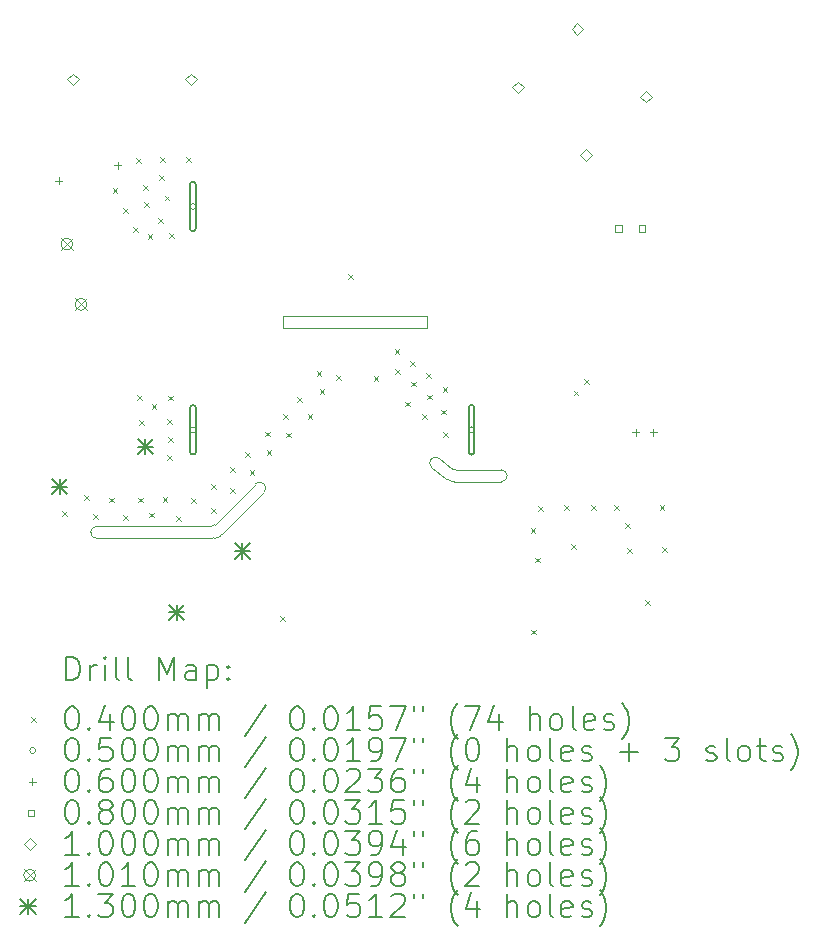
<source format=gbr>
%TF.GenerationSoftware,KiCad,Pcbnew,7.0.7*%
%TF.CreationDate,2023-11-04T15:45:36+01:00*%
%TF.ProjectId,LK-EU01_Smart_Socket_Base,4c4b2d45-5530-4315-9f53-6d6172745f53,rev?*%
%TF.SameCoordinates,Original*%
%TF.FileFunction,Drillmap*%
%TF.FilePolarity,Positive*%
%FSLAX45Y45*%
G04 Gerber Fmt 4.5, Leading zero omitted, Abs format (unit mm)*
G04 Created by KiCad (PCBNEW 7.0.7) date 2023-11-04 15:45:36*
%MOMM*%
%LPD*%
G01*
G04 APERTURE LIST*
%ADD10C,0.100000*%
%ADD11C,0.200000*%
%ADD12C,0.040000*%
%ADD13C,0.050000*%
%ADD14C,0.060000*%
%ADD15C,0.080000*%
%ADD16C,0.101000*%
%ADD17C,0.130000*%
G04 APERTURE END LIST*
D10*
X14027773Y-11408961D02*
X14415890Y-11408110D01*
X13890074Y-11311844D02*
G75*
G03*
X13820393Y-11318443I-31474J-38856D01*
G01*
X13826644Y-11390117D02*
X13938315Y-11480584D01*
X13938316Y-11480584D02*
G75*
G03*
X13953110Y-11488870I31494J38884D01*
G01*
X12405393Y-11525409D02*
X12405733Y-11525741D01*
X11953244Y-11887998D02*
G75*
G03*
X11988654Y-11873300I6J49989D01*
G01*
X12406323Y-11596856D02*
G75*
G03*
X12405733Y-11525741I-35443J35266D01*
G01*
X12405394Y-11525408D02*
G75*
G03*
X12335139Y-11525948I-34854J-35852D01*
G01*
X14416110Y-11508110D02*
G75*
G03*
X14466000Y-11458110I-110J50000D01*
G01*
X12034084Y-11964825D02*
X11982685Y-11984650D01*
X14001853Y-11506118D02*
G75*
G03*
X14018642Y-11508981I16677J47138D01*
G01*
X13820393Y-11318443D02*
X13819911Y-11319013D01*
X13953110Y-11488870D02*
X14001853Y-11506117D01*
X10938000Y-11938000D02*
X10938000Y-11938000D01*
X11964691Y-11988001D02*
G75*
G03*
X11982685Y-11984650I-1J49991D01*
G01*
X13890074Y-11311844D02*
X13996190Y-11397812D01*
X13819916Y-11319017D02*
G75*
G03*
X13826644Y-11390117I38204J-32253D01*
G01*
X12569500Y-10108000D02*
X13784500Y-10108000D01*
X13784500Y-10209000D01*
X12569500Y-10209000D01*
X12569500Y-10108000D01*
X10988000Y-11888000D02*
X11953244Y-11888000D01*
X13996191Y-11397810D02*
G75*
G03*
X14027773Y-11408961I31469J38831D01*
G01*
X10988000Y-11888000D02*
G75*
G03*
X10938000Y-11938000I0J-50000D01*
G01*
X11988654Y-11873300D02*
X12335139Y-11525948D01*
X12051503Y-11953473D02*
X12406324Y-11596857D01*
X10988000Y-11988000D02*
X11964691Y-11988000D01*
X12034083Y-11964823D02*
G75*
G03*
X12051503Y-11953473I-18003J46673D01*
G01*
X14018642Y-11508981D02*
X14416110Y-11508110D01*
X14466000Y-11458110D02*
G75*
G03*
X14415890Y-11408110I-50000J0D01*
G01*
X10938000Y-11938000D02*
G75*
G03*
X10988000Y-11988000I50000J0D01*
G01*
D11*
D12*
X10699000Y-11760000D02*
X10739000Y-11800000D01*
X10739000Y-11760000D02*
X10699000Y-11800000D01*
X10881000Y-11624000D02*
X10921000Y-11664000D01*
X10921000Y-11624000D02*
X10881000Y-11664000D01*
X10960000Y-11785000D02*
X11000000Y-11825000D01*
X11000000Y-11785000D02*
X10960000Y-11825000D01*
X11098000Y-11644000D02*
X11138000Y-11684000D01*
X11138000Y-11644000D02*
X11098000Y-11684000D01*
X11124000Y-9026000D02*
X11164000Y-9066000D01*
X11164000Y-9026000D02*
X11124000Y-9066000D01*
X11214000Y-9190000D02*
X11254000Y-9230000D01*
X11254000Y-9190000D02*
X11214000Y-9230000D01*
X11215000Y-11791000D02*
X11255000Y-11831000D01*
X11255000Y-11791000D02*
X11215000Y-11831000D01*
X11298000Y-9355000D02*
X11338000Y-9395000D01*
X11338000Y-9355000D02*
X11298000Y-9395000D01*
X11323000Y-8770000D02*
X11363000Y-8810000D01*
X11363000Y-8770000D02*
X11323000Y-8810000D01*
X11335000Y-10775000D02*
X11375000Y-10815000D01*
X11375000Y-10775000D02*
X11335000Y-10815000D01*
X11342000Y-11644000D02*
X11382000Y-11684000D01*
X11382000Y-11644000D02*
X11342000Y-11684000D01*
X11351000Y-10985000D02*
X11391000Y-11025000D01*
X11391000Y-10985000D02*
X11351000Y-11025000D01*
X11383000Y-8998000D02*
X11423000Y-9038000D01*
X11423000Y-8998000D02*
X11383000Y-9038000D01*
X11393000Y-9144000D02*
X11433000Y-9184000D01*
X11433000Y-9144000D02*
X11393000Y-9184000D01*
X11421000Y-9411000D02*
X11461000Y-9451000D01*
X11461000Y-9411000D02*
X11421000Y-9451000D01*
X11435000Y-11770000D02*
X11475000Y-11810000D01*
X11475000Y-11770000D02*
X11435000Y-11810000D01*
X11456000Y-10854000D02*
X11496000Y-10894000D01*
X11496000Y-10854000D02*
X11456000Y-10894000D01*
X11513000Y-9278000D02*
X11553000Y-9318000D01*
X11553000Y-9278000D02*
X11513000Y-9318000D01*
X11519000Y-8911000D02*
X11559000Y-8951000D01*
X11559000Y-8911000D02*
X11519000Y-8951000D01*
X11524000Y-8764000D02*
X11564000Y-8804000D01*
X11564000Y-8764000D02*
X11524000Y-8804000D01*
X11548000Y-11640000D02*
X11588000Y-11680000D01*
X11588000Y-11640000D02*
X11548000Y-11680000D01*
X11564000Y-9087000D02*
X11604000Y-9127000D01*
X11604000Y-9087000D02*
X11564000Y-9127000D01*
X11585000Y-10982000D02*
X11625000Y-11022000D01*
X11625000Y-10982000D02*
X11585000Y-11022000D01*
X11586000Y-11283000D02*
X11626000Y-11323000D01*
X11626000Y-11283000D02*
X11586000Y-11323000D01*
X11596000Y-10781000D02*
X11636000Y-10821000D01*
X11636000Y-10781000D02*
X11596000Y-10821000D01*
X11597000Y-11130000D02*
X11637000Y-11170000D01*
X11637000Y-11130000D02*
X11597000Y-11170000D01*
X11602000Y-9406000D02*
X11642000Y-9446000D01*
X11642000Y-9406000D02*
X11602000Y-9446000D01*
X11664000Y-11798000D02*
X11704000Y-11838000D01*
X11704000Y-11798000D02*
X11664000Y-11838000D01*
X11745000Y-8764000D02*
X11785000Y-8804000D01*
X11785000Y-8764000D02*
X11745000Y-8804000D01*
X11787000Y-11648000D02*
X11827000Y-11688000D01*
X11827000Y-11648000D02*
X11787000Y-11688000D01*
X11956000Y-11731000D02*
X11996000Y-11771000D01*
X11996000Y-11731000D02*
X11956000Y-11771000D01*
X11957000Y-11531000D02*
X11997000Y-11571000D01*
X11997000Y-11531000D02*
X11957000Y-11571000D01*
X12120000Y-11562000D02*
X12160000Y-11602000D01*
X12160000Y-11562000D02*
X12120000Y-11602000D01*
X12121000Y-11385000D02*
X12161000Y-11425000D01*
X12161000Y-11385000D02*
X12121000Y-11425000D01*
X12249000Y-11258000D02*
X12289000Y-11298000D01*
X12289000Y-11258000D02*
X12249000Y-11298000D01*
X12284000Y-11410000D02*
X12324000Y-11450000D01*
X12324000Y-11410000D02*
X12284000Y-11450000D01*
X12413000Y-11084000D02*
X12453000Y-11124000D01*
X12453000Y-11084000D02*
X12413000Y-11124000D01*
X12429000Y-11244000D02*
X12469000Y-11284000D01*
X12469000Y-11244000D02*
X12429000Y-11284000D01*
X12541000Y-12647000D02*
X12581000Y-12687000D01*
X12581000Y-12647000D02*
X12541000Y-12687000D01*
X12566000Y-10938000D02*
X12606000Y-10978000D01*
X12606000Y-10938000D02*
X12566000Y-10978000D01*
X12591000Y-11094000D02*
X12631000Y-11134000D01*
X12631000Y-11094000D02*
X12591000Y-11134000D01*
X12685000Y-10791000D02*
X12725000Y-10831000D01*
X12725000Y-10791000D02*
X12685000Y-10831000D01*
X12776000Y-10939000D02*
X12816000Y-10979000D01*
X12816000Y-10939000D02*
X12776000Y-10979000D01*
X12851000Y-10571000D02*
X12891000Y-10611000D01*
X12891000Y-10571000D02*
X12851000Y-10611000D01*
X12877000Y-10725000D02*
X12917000Y-10765000D01*
X12917000Y-10725000D02*
X12877000Y-10765000D01*
X13019000Y-10606000D02*
X13059000Y-10646000D01*
X13059000Y-10606000D02*
X13019000Y-10646000D01*
X13116000Y-9754000D02*
X13156000Y-9794000D01*
X13156000Y-9754000D02*
X13116000Y-9794000D01*
X13334000Y-10613000D02*
X13374000Y-10653000D01*
X13374000Y-10613000D02*
X13334000Y-10653000D01*
X13513000Y-10389000D02*
X13553000Y-10429000D01*
X13553000Y-10389000D02*
X13513000Y-10429000D01*
X13516000Y-10559000D02*
X13556000Y-10599000D01*
X13556000Y-10559000D02*
X13516000Y-10599000D01*
X13599000Y-10830000D02*
X13639000Y-10870000D01*
X13639000Y-10830000D02*
X13599000Y-10870000D01*
X13642000Y-10490000D02*
X13682000Y-10530000D01*
X13682000Y-10490000D02*
X13642000Y-10530000D01*
X13651000Y-10662000D02*
X13691000Y-10702000D01*
X13691000Y-10662000D02*
X13651000Y-10702000D01*
X13745000Y-10936000D02*
X13785000Y-10976000D01*
X13785000Y-10936000D02*
X13745000Y-10976000D01*
X13782000Y-10591000D02*
X13822000Y-10631000D01*
X13822000Y-10591000D02*
X13782000Y-10631000D01*
X13785000Y-10771000D02*
X13825000Y-10811000D01*
X13825000Y-10771000D02*
X13785000Y-10811000D01*
X13907000Y-10898000D02*
X13947000Y-10938000D01*
X13947000Y-10898000D02*
X13907000Y-10938000D01*
X13919000Y-10710000D02*
X13959000Y-10750000D01*
X13959000Y-10710000D02*
X13919000Y-10750000D01*
X13923000Y-11090000D02*
X13963000Y-11130000D01*
X13963000Y-11090000D02*
X13923000Y-11130000D01*
X14664000Y-11905000D02*
X14704000Y-11945000D01*
X14704000Y-11905000D02*
X14664000Y-11945000D01*
X14666000Y-12761000D02*
X14706000Y-12801000D01*
X14706000Y-12761000D02*
X14666000Y-12801000D01*
X14702000Y-12153000D02*
X14742000Y-12193000D01*
X14742000Y-12153000D02*
X14702000Y-12193000D01*
X14729000Y-11713000D02*
X14769000Y-11753000D01*
X14769000Y-11713000D02*
X14729000Y-11753000D01*
X14949000Y-11709000D02*
X14989000Y-11749000D01*
X14989000Y-11709000D02*
X14949000Y-11749000D01*
X15006000Y-12039000D02*
X15046000Y-12079000D01*
X15046000Y-12039000D02*
X15006000Y-12079000D01*
X15029000Y-10737000D02*
X15069000Y-10777000D01*
X15069000Y-10737000D02*
X15029000Y-10777000D01*
X15118000Y-10639000D02*
X15158000Y-10679000D01*
X15158000Y-10639000D02*
X15118000Y-10679000D01*
X15175000Y-11709000D02*
X15215000Y-11749000D01*
X15215000Y-11709000D02*
X15175000Y-11749000D01*
X15368000Y-11708000D02*
X15408000Y-11748000D01*
X15408000Y-11708000D02*
X15368000Y-11748000D01*
X15467000Y-11860000D02*
X15507000Y-11900000D01*
X15507000Y-11860000D02*
X15467000Y-11900000D01*
X15479000Y-12072000D02*
X15519000Y-12112000D01*
X15519000Y-12072000D02*
X15479000Y-12112000D01*
X15633000Y-12509000D02*
X15673000Y-12549000D01*
X15673000Y-12509000D02*
X15633000Y-12549000D01*
X15757000Y-11705000D02*
X15797000Y-11745000D01*
X15797000Y-11705000D02*
X15757000Y-11745000D01*
X15776000Y-12060000D02*
X15816000Y-12100000D01*
X15816000Y-12060000D02*
X15776000Y-12100000D01*
D13*
X11830000Y-9179000D02*
G75*
G03*
X11830000Y-9179000I-25000J0D01*
G01*
D11*
X11830000Y-9364000D02*
X11830000Y-8994000D01*
X11830000Y-8994000D02*
G75*
G03*
X11780000Y-8994000I-25000J0D01*
G01*
X11780000Y-8994000D02*
X11780000Y-9364000D01*
X11780000Y-9364000D02*
G75*
G03*
X11830000Y-9364000I25000J0D01*
G01*
D13*
X11830000Y-11070000D02*
G75*
G03*
X11830000Y-11070000I-25000J0D01*
G01*
D11*
X11830000Y-11255000D02*
X11830000Y-10885000D01*
X11830000Y-10885000D02*
G75*
G03*
X11780000Y-10885000I-25000J0D01*
G01*
X11780000Y-10885000D02*
X11780000Y-11255000D01*
X11780000Y-11255000D02*
G75*
G03*
X11830000Y-11255000I25000J0D01*
G01*
D13*
X14188000Y-11069000D02*
G75*
G03*
X14188000Y-11069000I-25000J0D01*
G01*
D11*
X14188000Y-11254000D02*
X14188000Y-10884000D01*
X14188000Y-10884000D02*
G75*
G03*
X14138000Y-10884000I-25000J0D01*
G01*
X14138000Y-10884000D02*
X14138000Y-11254000D01*
X14138000Y-11254000D02*
G75*
G03*
X14188000Y-11254000I25000J0D01*
G01*
D14*
X10668000Y-8930000D02*
X10668000Y-8990000D01*
X10638000Y-8960000D02*
X10698000Y-8960000D01*
X11168000Y-8800000D02*
X11168000Y-8860000D01*
X11138000Y-8830000D02*
X11198000Y-8830000D01*
X15553000Y-11060000D02*
X15553000Y-11120000D01*
X15523000Y-11090000D02*
X15583000Y-11090000D01*
X15703000Y-11060000D02*
X15703000Y-11120000D01*
X15673000Y-11090000D02*
X15733000Y-11090000D01*
D15*
X15435284Y-9393285D02*
X15435284Y-9336716D01*
X15378715Y-9336716D01*
X15378715Y-9393285D01*
X15435284Y-9393285D01*
X15635284Y-9393285D02*
X15635284Y-9336716D01*
X15578715Y-9336716D01*
X15578715Y-9393285D01*
X15635284Y-9393285D01*
D10*
X10786000Y-8153000D02*
X10836000Y-8103000D01*
X10786000Y-8053000D01*
X10736000Y-8103000D01*
X10786000Y-8153000D01*
X11786000Y-8153000D02*
X11836000Y-8103000D01*
X11786000Y-8053000D01*
X11736000Y-8103000D01*
X11786000Y-8153000D01*
X14555340Y-8221083D02*
X14605340Y-8171083D01*
X14555340Y-8121083D01*
X14505340Y-8171083D01*
X14555340Y-8221083D01*
X15060214Y-7726462D02*
X15110214Y-7676462D01*
X15060214Y-7626462D01*
X15010214Y-7676462D01*
X15060214Y-7726462D01*
X15135026Y-8790870D02*
X15185026Y-8740870D01*
X15135026Y-8690870D01*
X15085026Y-8740870D01*
X15135026Y-8790870D01*
X15638839Y-8298016D02*
X15688839Y-8248016D01*
X15638839Y-8198016D01*
X15588839Y-8248016D01*
X15638839Y-8298016D01*
D16*
X10686500Y-9446500D02*
X10787500Y-9547500D01*
X10787500Y-9446500D02*
X10686500Y-9547500D01*
X10787500Y-9497000D02*
G75*
G03*
X10787500Y-9497000I-50500J0D01*
G01*
X10806500Y-9956500D02*
X10907500Y-10057500D01*
X10907500Y-9956500D02*
X10806500Y-10057500D01*
X10907500Y-10007000D02*
G75*
G03*
X10907500Y-10007000I-50500J0D01*
G01*
D17*
X10610958Y-11485589D02*
X10740958Y-11615589D01*
X10740958Y-11485589D02*
X10610958Y-11615589D01*
X10675958Y-11485589D02*
X10675958Y-11615589D01*
X10610958Y-11550589D02*
X10740958Y-11550589D01*
X11335972Y-11147233D02*
X11465972Y-11277233D01*
X11465972Y-11147233D02*
X11335972Y-11277233D01*
X11400972Y-11147233D02*
X11400972Y-11277233D01*
X11335972Y-11212233D02*
X11465972Y-11212233D01*
X11602534Y-12550391D02*
X11732534Y-12680391D01*
X11732534Y-12550391D02*
X11602534Y-12680391D01*
X11667534Y-12550391D02*
X11667534Y-12680391D01*
X11602534Y-12615391D02*
X11732534Y-12615391D01*
X12159095Y-12031390D02*
X12289095Y-12161390D01*
X12289095Y-12031390D02*
X12159095Y-12161390D01*
X12224095Y-12031390D02*
X12224095Y-12161390D01*
X12159095Y-12096390D02*
X12289095Y-12096390D01*
D11*
X10733462Y-13192169D02*
X10733462Y-12992169D01*
X10733462Y-12992169D02*
X10781081Y-12992169D01*
X10781081Y-12992169D02*
X10809653Y-13001693D01*
X10809653Y-13001693D02*
X10828700Y-13020741D01*
X10828700Y-13020741D02*
X10838224Y-13039788D01*
X10838224Y-13039788D02*
X10847748Y-13077883D01*
X10847748Y-13077883D02*
X10847748Y-13106455D01*
X10847748Y-13106455D02*
X10838224Y-13144550D01*
X10838224Y-13144550D02*
X10828700Y-13163598D01*
X10828700Y-13163598D02*
X10809653Y-13182645D01*
X10809653Y-13182645D02*
X10781081Y-13192169D01*
X10781081Y-13192169D02*
X10733462Y-13192169D01*
X10933462Y-13192169D02*
X10933462Y-13058836D01*
X10933462Y-13096931D02*
X10942986Y-13077883D01*
X10942986Y-13077883D02*
X10952510Y-13068360D01*
X10952510Y-13068360D02*
X10971557Y-13058836D01*
X10971557Y-13058836D02*
X10990605Y-13058836D01*
X11057272Y-13192169D02*
X11057272Y-13058836D01*
X11057272Y-12992169D02*
X11047748Y-13001693D01*
X11047748Y-13001693D02*
X11057272Y-13011217D01*
X11057272Y-13011217D02*
X11066796Y-13001693D01*
X11066796Y-13001693D02*
X11057272Y-12992169D01*
X11057272Y-12992169D02*
X11057272Y-13011217D01*
X11181081Y-13192169D02*
X11162034Y-13182645D01*
X11162034Y-13182645D02*
X11152510Y-13163598D01*
X11152510Y-13163598D02*
X11152510Y-12992169D01*
X11285843Y-13192169D02*
X11266795Y-13182645D01*
X11266795Y-13182645D02*
X11257272Y-13163598D01*
X11257272Y-13163598D02*
X11257272Y-12992169D01*
X11514415Y-13192169D02*
X11514415Y-12992169D01*
X11514415Y-12992169D02*
X11581081Y-13135026D01*
X11581081Y-13135026D02*
X11647748Y-12992169D01*
X11647748Y-12992169D02*
X11647748Y-13192169D01*
X11828700Y-13192169D02*
X11828700Y-13087407D01*
X11828700Y-13087407D02*
X11819176Y-13068360D01*
X11819176Y-13068360D02*
X11800129Y-13058836D01*
X11800129Y-13058836D02*
X11762034Y-13058836D01*
X11762034Y-13058836D02*
X11742986Y-13068360D01*
X11828700Y-13182645D02*
X11809653Y-13192169D01*
X11809653Y-13192169D02*
X11762034Y-13192169D01*
X11762034Y-13192169D02*
X11742986Y-13182645D01*
X11742986Y-13182645D02*
X11733462Y-13163598D01*
X11733462Y-13163598D02*
X11733462Y-13144550D01*
X11733462Y-13144550D02*
X11742986Y-13125502D01*
X11742986Y-13125502D02*
X11762034Y-13115979D01*
X11762034Y-13115979D02*
X11809653Y-13115979D01*
X11809653Y-13115979D02*
X11828700Y-13106455D01*
X11923938Y-13058836D02*
X11923938Y-13258836D01*
X11923938Y-13068360D02*
X11942986Y-13058836D01*
X11942986Y-13058836D02*
X11981081Y-13058836D01*
X11981081Y-13058836D02*
X12000129Y-13068360D01*
X12000129Y-13068360D02*
X12009653Y-13077883D01*
X12009653Y-13077883D02*
X12019176Y-13096931D01*
X12019176Y-13096931D02*
X12019176Y-13154074D01*
X12019176Y-13154074D02*
X12009653Y-13173121D01*
X12009653Y-13173121D02*
X12000129Y-13182645D01*
X12000129Y-13182645D02*
X11981081Y-13192169D01*
X11981081Y-13192169D02*
X11942986Y-13192169D01*
X11942986Y-13192169D02*
X11923938Y-13182645D01*
X12104891Y-13173121D02*
X12114415Y-13182645D01*
X12114415Y-13182645D02*
X12104891Y-13192169D01*
X12104891Y-13192169D02*
X12095367Y-13182645D01*
X12095367Y-13182645D02*
X12104891Y-13173121D01*
X12104891Y-13173121D02*
X12104891Y-13192169D01*
X12104891Y-13068360D02*
X12114415Y-13077883D01*
X12114415Y-13077883D02*
X12104891Y-13087407D01*
X12104891Y-13087407D02*
X12095367Y-13077883D01*
X12095367Y-13077883D02*
X12104891Y-13068360D01*
X12104891Y-13068360D02*
X12104891Y-13087407D01*
D12*
X10432685Y-13500685D02*
X10472685Y-13540685D01*
X10472685Y-13500685D02*
X10432685Y-13540685D01*
D11*
X10771557Y-13412169D02*
X10790605Y-13412169D01*
X10790605Y-13412169D02*
X10809653Y-13421693D01*
X10809653Y-13421693D02*
X10819177Y-13431217D01*
X10819177Y-13431217D02*
X10828700Y-13450264D01*
X10828700Y-13450264D02*
X10838224Y-13488360D01*
X10838224Y-13488360D02*
X10838224Y-13535979D01*
X10838224Y-13535979D02*
X10828700Y-13574074D01*
X10828700Y-13574074D02*
X10819177Y-13593121D01*
X10819177Y-13593121D02*
X10809653Y-13602645D01*
X10809653Y-13602645D02*
X10790605Y-13612169D01*
X10790605Y-13612169D02*
X10771557Y-13612169D01*
X10771557Y-13612169D02*
X10752510Y-13602645D01*
X10752510Y-13602645D02*
X10742986Y-13593121D01*
X10742986Y-13593121D02*
X10733462Y-13574074D01*
X10733462Y-13574074D02*
X10723938Y-13535979D01*
X10723938Y-13535979D02*
X10723938Y-13488360D01*
X10723938Y-13488360D02*
X10733462Y-13450264D01*
X10733462Y-13450264D02*
X10742986Y-13431217D01*
X10742986Y-13431217D02*
X10752510Y-13421693D01*
X10752510Y-13421693D02*
X10771557Y-13412169D01*
X10923938Y-13593121D02*
X10933462Y-13602645D01*
X10933462Y-13602645D02*
X10923938Y-13612169D01*
X10923938Y-13612169D02*
X10914415Y-13602645D01*
X10914415Y-13602645D02*
X10923938Y-13593121D01*
X10923938Y-13593121D02*
X10923938Y-13612169D01*
X11104891Y-13478836D02*
X11104891Y-13612169D01*
X11057272Y-13402645D02*
X11009653Y-13545502D01*
X11009653Y-13545502D02*
X11133462Y-13545502D01*
X11247748Y-13412169D02*
X11266796Y-13412169D01*
X11266796Y-13412169D02*
X11285843Y-13421693D01*
X11285843Y-13421693D02*
X11295367Y-13431217D01*
X11295367Y-13431217D02*
X11304891Y-13450264D01*
X11304891Y-13450264D02*
X11314415Y-13488360D01*
X11314415Y-13488360D02*
X11314415Y-13535979D01*
X11314415Y-13535979D02*
X11304891Y-13574074D01*
X11304891Y-13574074D02*
X11295367Y-13593121D01*
X11295367Y-13593121D02*
X11285843Y-13602645D01*
X11285843Y-13602645D02*
X11266796Y-13612169D01*
X11266796Y-13612169D02*
X11247748Y-13612169D01*
X11247748Y-13612169D02*
X11228700Y-13602645D01*
X11228700Y-13602645D02*
X11219176Y-13593121D01*
X11219176Y-13593121D02*
X11209653Y-13574074D01*
X11209653Y-13574074D02*
X11200129Y-13535979D01*
X11200129Y-13535979D02*
X11200129Y-13488360D01*
X11200129Y-13488360D02*
X11209653Y-13450264D01*
X11209653Y-13450264D02*
X11219176Y-13431217D01*
X11219176Y-13431217D02*
X11228700Y-13421693D01*
X11228700Y-13421693D02*
X11247748Y-13412169D01*
X11438224Y-13412169D02*
X11457272Y-13412169D01*
X11457272Y-13412169D02*
X11476319Y-13421693D01*
X11476319Y-13421693D02*
X11485843Y-13431217D01*
X11485843Y-13431217D02*
X11495367Y-13450264D01*
X11495367Y-13450264D02*
X11504891Y-13488360D01*
X11504891Y-13488360D02*
X11504891Y-13535979D01*
X11504891Y-13535979D02*
X11495367Y-13574074D01*
X11495367Y-13574074D02*
X11485843Y-13593121D01*
X11485843Y-13593121D02*
X11476319Y-13602645D01*
X11476319Y-13602645D02*
X11457272Y-13612169D01*
X11457272Y-13612169D02*
X11438224Y-13612169D01*
X11438224Y-13612169D02*
X11419176Y-13602645D01*
X11419176Y-13602645D02*
X11409653Y-13593121D01*
X11409653Y-13593121D02*
X11400129Y-13574074D01*
X11400129Y-13574074D02*
X11390605Y-13535979D01*
X11390605Y-13535979D02*
X11390605Y-13488360D01*
X11390605Y-13488360D02*
X11400129Y-13450264D01*
X11400129Y-13450264D02*
X11409653Y-13431217D01*
X11409653Y-13431217D02*
X11419176Y-13421693D01*
X11419176Y-13421693D02*
X11438224Y-13412169D01*
X11590605Y-13612169D02*
X11590605Y-13478836D01*
X11590605Y-13497883D02*
X11600129Y-13488360D01*
X11600129Y-13488360D02*
X11619176Y-13478836D01*
X11619176Y-13478836D02*
X11647748Y-13478836D01*
X11647748Y-13478836D02*
X11666796Y-13488360D01*
X11666796Y-13488360D02*
X11676319Y-13507407D01*
X11676319Y-13507407D02*
X11676319Y-13612169D01*
X11676319Y-13507407D02*
X11685843Y-13488360D01*
X11685843Y-13488360D02*
X11704891Y-13478836D01*
X11704891Y-13478836D02*
X11733462Y-13478836D01*
X11733462Y-13478836D02*
X11752510Y-13488360D01*
X11752510Y-13488360D02*
X11762034Y-13507407D01*
X11762034Y-13507407D02*
X11762034Y-13612169D01*
X11857272Y-13612169D02*
X11857272Y-13478836D01*
X11857272Y-13497883D02*
X11866796Y-13488360D01*
X11866796Y-13488360D02*
X11885843Y-13478836D01*
X11885843Y-13478836D02*
X11914415Y-13478836D01*
X11914415Y-13478836D02*
X11933462Y-13488360D01*
X11933462Y-13488360D02*
X11942986Y-13507407D01*
X11942986Y-13507407D02*
X11942986Y-13612169D01*
X11942986Y-13507407D02*
X11952510Y-13488360D01*
X11952510Y-13488360D02*
X11971557Y-13478836D01*
X11971557Y-13478836D02*
X12000129Y-13478836D01*
X12000129Y-13478836D02*
X12019177Y-13488360D01*
X12019177Y-13488360D02*
X12028700Y-13507407D01*
X12028700Y-13507407D02*
X12028700Y-13612169D01*
X12419177Y-13402645D02*
X12247748Y-13659788D01*
X12676319Y-13412169D02*
X12695367Y-13412169D01*
X12695367Y-13412169D02*
X12714415Y-13421693D01*
X12714415Y-13421693D02*
X12723939Y-13431217D01*
X12723939Y-13431217D02*
X12733462Y-13450264D01*
X12733462Y-13450264D02*
X12742986Y-13488360D01*
X12742986Y-13488360D02*
X12742986Y-13535979D01*
X12742986Y-13535979D02*
X12733462Y-13574074D01*
X12733462Y-13574074D02*
X12723939Y-13593121D01*
X12723939Y-13593121D02*
X12714415Y-13602645D01*
X12714415Y-13602645D02*
X12695367Y-13612169D01*
X12695367Y-13612169D02*
X12676319Y-13612169D01*
X12676319Y-13612169D02*
X12657272Y-13602645D01*
X12657272Y-13602645D02*
X12647748Y-13593121D01*
X12647748Y-13593121D02*
X12638224Y-13574074D01*
X12638224Y-13574074D02*
X12628700Y-13535979D01*
X12628700Y-13535979D02*
X12628700Y-13488360D01*
X12628700Y-13488360D02*
X12638224Y-13450264D01*
X12638224Y-13450264D02*
X12647748Y-13431217D01*
X12647748Y-13431217D02*
X12657272Y-13421693D01*
X12657272Y-13421693D02*
X12676319Y-13412169D01*
X12828700Y-13593121D02*
X12838224Y-13602645D01*
X12838224Y-13602645D02*
X12828700Y-13612169D01*
X12828700Y-13612169D02*
X12819177Y-13602645D01*
X12819177Y-13602645D02*
X12828700Y-13593121D01*
X12828700Y-13593121D02*
X12828700Y-13612169D01*
X12962034Y-13412169D02*
X12981081Y-13412169D01*
X12981081Y-13412169D02*
X13000129Y-13421693D01*
X13000129Y-13421693D02*
X13009653Y-13431217D01*
X13009653Y-13431217D02*
X13019177Y-13450264D01*
X13019177Y-13450264D02*
X13028700Y-13488360D01*
X13028700Y-13488360D02*
X13028700Y-13535979D01*
X13028700Y-13535979D02*
X13019177Y-13574074D01*
X13019177Y-13574074D02*
X13009653Y-13593121D01*
X13009653Y-13593121D02*
X13000129Y-13602645D01*
X13000129Y-13602645D02*
X12981081Y-13612169D01*
X12981081Y-13612169D02*
X12962034Y-13612169D01*
X12962034Y-13612169D02*
X12942986Y-13602645D01*
X12942986Y-13602645D02*
X12933462Y-13593121D01*
X12933462Y-13593121D02*
X12923939Y-13574074D01*
X12923939Y-13574074D02*
X12914415Y-13535979D01*
X12914415Y-13535979D02*
X12914415Y-13488360D01*
X12914415Y-13488360D02*
X12923939Y-13450264D01*
X12923939Y-13450264D02*
X12933462Y-13431217D01*
X12933462Y-13431217D02*
X12942986Y-13421693D01*
X12942986Y-13421693D02*
X12962034Y-13412169D01*
X13219177Y-13612169D02*
X13104891Y-13612169D01*
X13162034Y-13612169D02*
X13162034Y-13412169D01*
X13162034Y-13412169D02*
X13142986Y-13440741D01*
X13142986Y-13440741D02*
X13123939Y-13459788D01*
X13123939Y-13459788D02*
X13104891Y-13469312D01*
X13400129Y-13412169D02*
X13304891Y-13412169D01*
X13304891Y-13412169D02*
X13295367Y-13507407D01*
X13295367Y-13507407D02*
X13304891Y-13497883D01*
X13304891Y-13497883D02*
X13323939Y-13488360D01*
X13323939Y-13488360D02*
X13371558Y-13488360D01*
X13371558Y-13488360D02*
X13390605Y-13497883D01*
X13390605Y-13497883D02*
X13400129Y-13507407D01*
X13400129Y-13507407D02*
X13409653Y-13526455D01*
X13409653Y-13526455D02*
X13409653Y-13574074D01*
X13409653Y-13574074D02*
X13400129Y-13593121D01*
X13400129Y-13593121D02*
X13390605Y-13602645D01*
X13390605Y-13602645D02*
X13371558Y-13612169D01*
X13371558Y-13612169D02*
X13323939Y-13612169D01*
X13323939Y-13612169D02*
X13304891Y-13602645D01*
X13304891Y-13602645D02*
X13295367Y-13593121D01*
X13476320Y-13412169D02*
X13609653Y-13412169D01*
X13609653Y-13412169D02*
X13523939Y-13612169D01*
X13676320Y-13412169D02*
X13676320Y-13450264D01*
X13752510Y-13412169D02*
X13752510Y-13450264D01*
X14047748Y-13688360D02*
X14038224Y-13678836D01*
X14038224Y-13678836D02*
X14019177Y-13650264D01*
X14019177Y-13650264D02*
X14009653Y-13631217D01*
X14009653Y-13631217D02*
X14000129Y-13602645D01*
X14000129Y-13602645D02*
X13990605Y-13555026D01*
X13990605Y-13555026D02*
X13990605Y-13516931D01*
X13990605Y-13516931D02*
X14000129Y-13469312D01*
X14000129Y-13469312D02*
X14009653Y-13440741D01*
X14009653Y-13440741D02*
X14019177Y-13421693D01*
X14019177Y-13421693D02*
X14038224Y-13393121D01*
X14038224Y-13393121D02*
X14047748Y-13383598D01*
X14104891Y-13412169D02*
X14238224Y-13412169D01*
X14238224Y-13412169D02*
X14152510Y-13612169D01*
X14400129Y-13478836D02*
X14400129Y-13612169D01*
X14352510Y-13402645D02*
X14304891Y-13545502D01*
X14304891Y-13545502D02*
X14428701Y-13545502D01*
X14657272Y-13612169D02*
X14657272Y-13412169D01*
X14742986Y-13612169D02*
X14742986Y-13507407D01*
X14742986Y-13507407D02*
X14733463Y-13488360D01*
X14733463Y-13488360D02*
X14714415Y-13478836D01*
X14714415Y-13478836D02*
X14685843Y-13478836D01*
X14685843Y-13478836D02*
X14666796Y-13488360D01*
X14666796Y-13488360D02*
X14657272Y-13497883D01*
X14866796Y-13612169D02*
X14847748Y-13602645D01*
X14847748Y-13602645D02*
X14838224Y-13593121D01*
X14838224Y-13593121D02*
X14828701Y-13574074D01*
X14828701Y-13574074D02*
X14828701Y-13516931D01*
X14828701Y-13516931D02*
X14838224Y-13497883D01*
X14838224Y-13497883D02*
X14847748Y-13488360D01*
X14847748Y-13488360D02*
X14866796Y-13478836D01*
X14866796Y-13478836D02*
X14895367Y-13478836D01*
X14895367Y-13478836D02*
X14914415Y-13488360D01*
X14914415Y-13488360D02*
X14923939Y-13497883D01*
X14923939Y-13497883D02*
X14933463Y-13516931D01*
X14933463Y-13516931D02*
X14933463Y-13574074D01*
X14933463Y-13574074D02*
X14923939Y-13593121D01*
X14923939Y-13593121D02*
X14914415Y-13602645D01*
X14914415Y-13602645D02*
X14895367Y-13612169D01*
X14895367Y-13612169D02*
X14866796Y-13612169D01*
X15047748Y-13612169D02*
X15028701Y-13602645D01*
X15028701Y-13602645D02*
X15019177Y-13583598D01*
X15019177Y-13583598D02*
X15019177Y-13412169D01*
X15200129Y-13602645D02*
X15181082Y-13612169D01*
X15181082Y-13612169D02*
X15142986Y-13612169D01*
X15142986Y-13612169D02*
X15123939Y-13602645D01*
X15123939Y-13602645D02*
X15114415Y-13583598D01*
X15114415Y-13583598D02*
X15114415Y-13507407D01*
X15114415Y-13507407D02*
X15123939Y-13488360D01*
X15123939Y-13488360D02*
X15142986Y-13478836D01*
X15142986Y-13478836D02*
X15181082Y-13478836D01*
X15181082Y-13478836D02*
X15200129Y-13488360D01*
X15200129Y-13488360D02*
X15209653Y-13507407D01*
X15209653Y-13507407D02*
X15209653Y-13526455D01*
X15209653Y-13526455D02*
X15114415Y-13545502D01*
X15285844Y-13602645D02*
X15304891Y-13612169D01*
X15304891Y-13612169D02*
X15342986Y-13612169D01*
X15342986Y-13612169D02*
X15362034Y-13602645D01*
X15362034Y-13602645D02*
X15371558Y-13583598D01*
X15371558Y-13583598D02*
X15371558Y-13574074D01*
X15371558Y-13574074D02*
X15362034Y-13555026D01*
X15362034Y-13555026D02*
X15342986Y-13545502D01*
X15342986Y-13545502D02*
X15314415Y-13545502D01*
X15314415Y-13545502D02*
X15295367Y-13535979D01*
X15295367Y-13535979D02*
X15285844Y-13516931D01*
X15285844Y-13516931D02*
X15285844Y-13507407D01*
X15285844Y-13507407D02*
X15295367Y-13488360D01*
X15295367Y-13488360D02*
X15314415Y-13478836D01*
X15314415Y-13478836D02*
X15342986Y-13478836D01*
X15342986Y-13478836D02*
X15362034Y-13488360D01*
X15438225Y-13688360D02*
X15447748Y-13678836D01*
X15447748Y-13678836D02*
X15466796Y-13650264D01*
X15466796Y-13650264D02*
X15476320Y-13631217D01*
X15476320Y-13631217D02*
X15485844Y-13602645D01*
X15485844Y-13602645D02*
X15495367Y-13555026D01*
X15495367Y-13555026D02*
X15495367Y-13516931D01*
X15495367Y-13516931D02*
X15485844Y-13469312D01*
X15485844Y-13469312D02*
X15476320Y-13440741D01*
X15476320Y-13440741D02*
X15466796Y-13421693D01*
X15466796Y-13421693D02*
X15447748Y-13393121D01*
X15447748Y-13393121D02*
X15438225Y-13383598D01*
D13*
X10472685Y-13784685D02*
G75*
G03*
X10472685Y-13784685I-25000J0D01*
G01*
D11*
X10771557Y-13676169D02*
X10790605Y-13676169D01*
X10790605Y-13676169D02*
X10809653Y-13685693D01*
X10809653Y-13685693D02*
X10819177Y-13695217D01*
X10819177Y-13695217D02*
X10828700Y-13714264D01*
X10828700Y-13714264D02*
X10838224Y-13752360D01*
X10838224Y-13752360D02*
X10838224Y-13799979D01*
X10838224Y-13799979D02*
X10828700Y-13838074D01*
X10828700Y-13838074D02*
X10819177Y-13857121D01*
X10819177Y-13857121D02*
X10809653Y-13866645D01*
X10809653Y-13866645D02*
X10790605Y-13876169D01*
X10790605Y-13876169D02*
X10771557Y-13876169D01*
X10771557Y-13876169D02*
X10752510Y-13866645D01*
X10752510Y-13866645D02*
X10742986Y-13857121D01*
X10742986Y-13857121D02*
X10733462Y-13838074D01*
X10733462Y-13838074D02*
X10723938Y-13799979D01*
X10723938Y-13799979D02*
X10723938Y-13752360D01*
X10723938Y-13752360D02*
X10733462Y-13714264D01*
X10733462Y-13714264D02*
X10742986Y-13695217D01*
X10742986Y-13695217D02*
X10752510Y-13685693D01*
X10752510Y-13685693D02*
X10771557Y-13676169D01*
X10923938Y-13857121D02*
X10933462Y-13866645D01*
X10933462Y-13866645D02*
X10923938Y-13876169D01*
X10923938Y-13876169D02*
X10914415Y-13866645D01*
X10914415Y-13866645D02*
X10923938Y-13857121D01*
X10923938Y-13857121D02*
X10923938Y-13876169D01*
X11114415Y-13676169D02*
X11019177Y-13676169D01*
X11019177Y-13676169D02*
X11009653Y-13771407D01*
X11009653Y-13771407D02*
X11019177Y-13761883D01*
X11019177Y-13761883D02*
X11038224Y-13752360D01*
X11038224Y-13752360D02*
X11085843Y-13752360D01*
X11085843Y-13752360D02*
X11104891Y-13761883D01*
X11104891Y-13761883D02*
X11114415Y-13771407D01*
X11114415Y-13771407D02*
X11123938Y-13790455D01*
X11123938Y-13790455D02*
X11123938Y-13838074D01*
X11123938Y-13838074D02*
X11114415Y-13857121D01*
X11114415Y-13857121D02*
X11104891Y-13866645D01*
X11104891Y-13866645D02*
X11085843Y-13876169D01*
X11085843Y-13876169D02*
X11038224Y-13876169D01*
X11038224Y-13876169D02*
X11019177Y-13866645D01*
X11019177Y-13866645D02*
X11009653Y-13857121D01*
X11247748Y-13676169D02*
X11266796Y-13676169D01*
X11266796Y-13676169D02*
X11285843Y-13685693D01*
X11285843Y-13685693D02*
X11295367Y-13695217D01*
X11295367Y-13695217D02*
X11304891Y-13714264D01*
X11304891Y-13714264D02*
X11314415Y-13752360D01*
X11314415Y-13752360D02*
X11314415Y-13799979D01*
X11314415Y-13799979D02*
X11304891Y-13838074D01*
X11304891Y-13838074D02*
X11295367Y-13857121D01*
X11295367Y-13857121D02*
X11285843Y-13866645D01*
X11285843Y-13866645D02*
X11266796Y-13876169D01*
X11266796Y-13876169D02*
X11247748Y-13876169D01*
X11247748Y-13876169D02*
X11228700Y-13866645D01*
X11228700Y-13866645D02*
X11219176Y-13857121D01*
X11219176Y-13857121D02*
X11209653Y-13838074D01*
X11209653Y-13838074D02*
X11200129Y-13799979D01*
X11200129Y-13799979D02*
X11200129Y-13752360D01*
X11200129Y-13752360D02*
X11209653Y-13714264D01*
X11209653Y-13714264D02*
X11219176Y-13695217D01*
X11219176Y-13695217D02*
X11228700Y-13685693D01*
X11228700Y-13685693D02*
X11247748Y-13676169D01*
X11438224Y-13676169D02*
X11457272Y-13676169D01*
X11457272Y-13676169D02*
X11476319Y-13685693D01*
X11476319Y-13685693D02*
X11485843Y-13695217D01*
X11485843Y-13695217D02*
X11495367Y-13714264D01*
X11495367Y-13714264D02*
X11504891Y-13752360D01*
X11504891Y-13752360D02*
X11504891Y-13799979D01*
X11504891Y-13799979D02*
X11495367Y-13838074D01*
X11495367Y-13838074D02*
X11485843Y-13857121D01*
X11485843Y-13857121D02*
X11476319Y-13866645D01*
X11476319Y-13866645D02*
X11457272Y-13876169D01*
X11457272Y-13876169D02*
X11438224Y-13876169D01*
X11438224Y-13876169D02*
X11419176Y-13866645D01*
X11419176Y-13866645D02*
X11409653Y-13857121D01*
X11409653Y-13857121D02*
X11400129Y-13838074D01*
X11400129Y-13838074D02*
X11390605Y-13799979D01*
X11390605Y-13799979D02*
X11390605Y-13752360D01*
X11390605Y-13752360D02*
X11400129Y-13714264D01*
X11400129Y-13714264D02*
X11409653Y-13695217D01*
X11409653Y-13695217D02*
X11419176Y-13685693D01*
X11419176Y-13685693D02*
X11438224Y-13676169D01*
X11590605Y-13876169D02*
X11590605Y-13742836D01*
X11590605Y-13761883D02*
X11600129Y-13752360D01*
X11600129Y-13752360D02*
X11619176Y-13742836D01*
X11619176Y-13742836D02*
X11647748Y-13742836D01*
X11647748Y-13742836D02*
X11666796Y-13752360D01*
X11666796Y-13752360D02*
X11676319Y-13771407D01*
X11676319Y-13771407D02*
X11676319Y-13876169D01*
X11676319Y-13771407D02*
X11685843Y-13752360D01*
X11685843Y-13752360D02*
X11704891Y-13742836D01*
X11704891Y-13742836D02*
X11733462Y-13742836D01*
X11733462Y-13742836D02*
X11752510Y-13752360D01*
X11752510Y-13752360D02*
X11762034Y-13771407D01*
X11762034Y-13771407D02*
X11762034Y-13876169D01*
X11857272Y-13876169D02*
X11857272Y-13742836D01*
X11857272Y-13761883D02*
X11866796Y-13752360D01*
X11866796Y-13752360D02*
X11885843Y-13742836D01*
X11885843Y-13742836D02*
X11914415Y-13742836D01*
X11914415Y-13742836D02*
X11933462Y-13752360D01*
X11933462Y-13752360D02*
X11942986Y-13771407D01*
X11942986Y-13771407D02*
X11942986Y-13876169D01*
X11942986Y-13771407D02*
X11952510Y-13752360D01*
X11952510Y-13752360D02*
X11971557Y-13742836D01*
X11971557Y-13742836D02*
X12000129Y-13742836D01*
X12000129Y-13742836D02*
X12019177Y-13752360D01*
X12019177Y-13752360D02*
X12028700Y-13771407D01*
X12028700Y-13771407D02*
X12028700Y-13876169D01*
X12419177Y-13666645D02*
X12247748Y-13923788D01*
X12676319Y-13676169D02*
X12695367Y-13676169D01*
X12695367Y-13676169D02*
X12714415Y-13685693D01*
X12714415Y-13685693D02*
X12723939Y-13695217D01*
X12723939Y-13695217D02*
X12733462Y-13714264D01*
X12733462Y-13714264D02*
X12742986Y-13752360D01*
X12742986Y-13752360D02*
X12742986Y-13799979D01*
X12742986Y-13799979D02*
X12733462Y-13838074D01*
X12733462Y-13838074D02*
X12723939Y-13857121D01*
X12723939Y-13857121D02*
X12714415Y-13866645D01*
X12714415Y-13866645D02*
X12695367Y-13876169D01*
X12695367Y-13876169D02*
X12676319Y-13876169D01*
X12676319Y-13876169D02*
X12657272Y-13866645D01*
X12657272Y-13866645D02*
X12647748Y-13857121D01*
X12647748Y-13857121D02*
X12638224Y-13838074D01*
X12638224Y-13838074D02*
X12628700Y-13799979D01*
X12628700Y-13799979D02*
X12628700Y-13752360D01*
X12628700Y-13752360D02*
X12638224Y-13714264D01*
X12638224Y-13714264D02*
X12647748Y-13695217D01*
X12647748Y-13695217D02*
X12657272Y-13685693D01*
X12657272Y-13685693D02*
X12676319Y-13676169D01*
X12828700Y-13857121D02*
X12838224Y-13866645D01*
X12838224Y-13866645D02*
X12828700Y-13876169D01*
X12828700Y-13876169D02*
X12819177Y-13866645D01*
X12819177Y-13866645D02*
X12828700Y-13857121D01*
X12828700Y-13857121D02*
X12828700Y-13876169D01*
X12962034Y-13676169D02*
X12981081Y-13676169D01*
X12981081Y-13676169D02*
X13000129Y-13685693D01*
X13000129Y-13685693D02*
X13009653Y-13695217D01*
X13009653Y-13695217D02*
X13019177Y-13714264D01*
X13019177Y-13714264D02*
X13028700Y-13752360D01*
X13028700Y-13752360D02*
X13028700Y-13799979D01*
X13028700Y-13799979D02*
X13019177Y-13838074D01*
X13019177Y-13838074D02*
X13009653Y-13857121D01*
X13009653Y-13857121D02*
X13000129Y-13866645D01*
X13000129Y-13866645D02*
X12981081Y-13876169D01*
X12981081Y-13876169D02*
X12962034Y-13876169D01*
X12962034Y-13876169D02*
X12942986Y-13866645D01*
X12942986Y-13866645D02*
X12933462Y-13857121D01*
X12933462Y-13857121D02*
X12923939Y-13838074D01*
X12923939Y-13838074D02*
X12914415Y-13799979D01*
X12914415Y-13799979D02*
X12914415Y-13752360D01*
X12914415Y-13752360D02*
X12923939Y-13714264D01*
X12923939Y-13714264D02*
X12933462Y-13695217D01*
X12933462Y-13695217D02*
X12942986Y-13685693D01*
X12942986Y-13685693D02*
X12962034Y-13676169D01*
X13219177Y-13876169D02*
X13104891Y-13876169D01*
X13162034Y-13876169D02*
X13162034Y-13676169D01*
X13162034Y-13676169D02*
X13142986Y-13704741D01*
X13142986Y-13704741D02*
X13123939Y-13723788D01*
X13123939Y-13723788D02*
X13104891Y-13733312D01*
X13314415Y-13876169D02*
X13352510Y-13876169D01*
X13352510Y-13876169D02*
X13371558Y-13866645D01*
X13371558Y-13866645D02*
X13381081Y-13857121D01*
X13381081Y-13857121D02*
X13400129Y-13828550D01*
X13400129Y-13828550D02*
X13409653Y-13790455D01*
X13409653Y-13790455D02*
X13409653Y-13714264D01*
X13409653Y-13714264D02*
X13400129Y-13695217D01*
X13400129Y-13695217D02*
X13390605Y-13685693D01*
X13390605Y-13685693D02*
X13371558Y-13676169D01*
X13371558Y-13676169D02*
X13333462Y-13676169D01*
X13333462Y-13676169D02*
X13314415Y-13685693D01*
X13314415Y-13685693D02*
X13304891Y-13695217D01*
X13304891Y-13695217D02*
X13295367Y-13714264D01*
X13295367Y-13714264D02*
X13295367Y-13761883D01*
X13295367Y-13761883D02*
X13304891Y-13780931D01*
X13304891Y-13780931D02*
X13314415Y-13790455D01*
X13314415Y-13790455D02*
X13333462Y-13799979D01*
X13333462Y-13799979D02*
X13371558Y-13799979D01*
X13371558Y-13799979D02*
X13390605Y-13790455D01*
X13390605Y-13790455D02*
X13400129Y-13780931D01*
X13400129Y-13780931D02*
X13409653Y-13761883D01*
X13476320Y-13676169D02*
X13609653Y-13676169D01*
X13609653Y-13676169D02*
X13523939Y-13876169D01*
X13676320Y-13676169D02*
X13676320Y-13714264D01*
X13752510Y-13676169D02*
X13752510Y-13714264D01*
X14047748Y-13952360D02*
X14038224Y-13942836D01*
X14038224Y-13942836D02*
X14019177Y-13914264D01*
X14019177Y-13914264D02*
X14009653Y-13895217D01*
X14009653Y-13895217D02*
X14000129Y-13866645D01*
X14000129Y-13866645D02*
X13990605Y-13819026D01*
X13990605Y-13819026D02*
X13990605Y-13780931D01*
X13990605Y-13780931D02*
X14000129Y-13733312D01*
X14000129Y-13733312D02*
X14009653Y-13704741D01*
X14009653Y-13704741D02*
X14019177Y-13685693D01*
X14019177Y-13685693D02*
X14038224Y-13657121D01*
X14038224Y-13657121D02*
X14047748Y-13647598D01*
X14162034Y-13676169D02*
X14181082Y-13676169D01*
X14181082Y-13676169D02*
X14200129Y-13685693D01*
X14200129Y-13685693D02*
X14209653Y-13695217D01*
X14209653Y-13695217D02*
X14219177Y-13714264D01*
X14219177Y-13714264D02*
X14228701Y-13752360D01*
X14228701Y-13752360D02*
X14228701Y-13799979D01*
X14228701Y-13799979D02*
X14219177Y-13838074D01*
X14219177Y-13838074D02*
X14209653Y-13857121D01*
X14209653Y-13857121D02*
X14200129Y-13866645D01*
X14200129Y-13866645D02*
X14181082Y-13876169D01*
X14181082Y-13876169D02*
X14162034Y-13876169D01*
X14162034Y-13876169D02*
X14142986Y-13866645D01*
X14142986Y-13866645D02*
X14133462Y-13857121D01*
X14133462Y-13857121D02*
X14123939Y-13838074D01*
X14123939Y-13838074D02*
X14114415Y-13799979D01*
X14114415Y-13799979D02*
X14114415Y-13752360D01*
X14114415Y-13752360D02*
X14123939Y-13714264D01*
X14123939Y-13714264D02*
X14133462Y-13695217D01*
X14133462Y-13695217D02*
X14142986Y-13685693D01*
X14142986Y-13685693D02*
X14162034Y-13676169D01*
X14466796Y-13876169D02*
X14466796Y-13676169D01*
X14552510Y-13876169D02*
X14552510Y-13771407D01*
X14552510Y-13771407D02*
X14542986Y-13752360D01*
X14542986Y-13752360D02*
X14523939Y-13742836D01*
X14523939Y-13742836D02*
X14495367Y-13742836D01*
X14495367Y-13742836D02*
X14476320Y-13752360D01*
X14476320Y-13752360D02*
X14466796Y-13761883D01*
X14676320Y-13876169D02*
X14657272Y-13866645D01*
X14657272Y-13866645D02*
X14647748Y-13857121D01*
X14647748Y-13857121D02*
X14638224Y-13838074D01*
X14638224Y-13838074D02*
X14638224Y-13780931D01*
X14638224Y-13780931D02*
X14647748Y-13761883D01*
X14647748Y-13761883D02*
X14657272Y-13752360D01*
X14657272Y-13752360D02*
X14676320Y-13742836D01*
X14676320Y-13742836D02*
X14704891Y-13742836D01*
X14704891Y-13742836D02*
X14723939Y-13752360D01*
X14723939Y-13752360D02*
X14733463Y-13761883D01*
X14733463Y-13761883D02*
X14742986Y-13780931D01*
X14742986Y-13780931D02*
X14742986Y-13838074D01*
X14742986Y-13838074D02*
X14733463Y-13857121D01*
X14733463Y-13857121D02*
X14723939Y-13866645D01*
X14723939Y-13866645D02*
X14704891Y-13876169D01*
X14704891Y-13876169D02*
X14676320Y-13876169D01*
X14857272Y-13876169D02*
X14838224Y-13866645D01*
X14838224Y-13866645D02*
X14828701Y-13847598D01*
X14828701Y-13847598D02*
X14828701Y-13676169D01*
X15009653Y-13866645D02*
X14990605Y-13876169D01*
X14990605Y-13876169D02*
X14952510Y-13876169D01*
X14952510Y-13876169D02*
X14933463Y-13866645D01*
X14933463Y-13866645D02*
X14923939Y-13847598D01*
X14923939Y-13847598D02*
X14923939Y-13771407D01*
X14923939Y-13771407D02*
X14933463Y-13752360D01*
X14933463Y-13752360D02*
X14952510Y-13742836D01*
X14952510Y-13742836D02*
X14990605Y-13742836D01*
X14990605Y-13742836D02*
X15009653Y-13752360D01*
X15009653Y-13752360D02*
X15019177Y-13771407D01*
X15019177Y-13771407D02*
X15019177Y-13790455D01*
X15019177Y-13790455D02*
X14923939Y-13809502D01*
X15095367Y-13866645D02*
X15114415Y-13876169D01*
X15114415Y-13876169D02*
X15152510Y-13876169D01*
X15152510Y-13876169D02*
X15171558Y-13866645D01*
X15171558Y-13866645D02*
X15181082Y-13847598D01*
X15181082Y-13847598D02*
X15181082Y-13838074D01*
X15181082Y-13838074D02*
X15171558Y-13819026D01*
X15171558Y-13819026D02*
X15152510Y-13809502D01*
X15152510Y-13809502D02*
X15123939Y-13809502D01*
X15123939Y-13809502D02*
X15104891Y-13799979D01*
X15104891Y-13799979D02*
X15095367Y-13780931D01*
X15095367Y-13780931D02*
X15095367Y-13771407D01*
X15095367Y-13771407D02*
X15104891Y-13752360D01*
X15104891Y-13752360D02*
X15123939Y-13742836D01*
X15123939Y-13742836D02*
X15152510Y-13742836D01*
X15152510Y-13742836D02*
X15171558Y-13752360D01*
X15419177Y-13799979D02*
X15571558Y-13799979D01*
X15495367Y-13876169D02*
X15495367Y-13723788D01*
X15800129Y-13676169D02*
X15923939Y-13676169D01*
X15923939Y-13676169D02*
X15857272Y-13752360D01*
X15857272Y-13752360D02*
X15885844Y-13752360D01*
X15885844Y-13752360D02*
X15904891Y-13761883D01*
X15904891Y-13761883D02*
X15914415Y-13771407D01*
X15914415Y-13771407D02*
X15923939Y-13790455D01*
X15923939Y-13790455D02*
X15923939Y-13838074D01*
X15923939Y-13838074D02*
X15914415Y-13857121D01*
X15914415Y-13857121D02*
X15904891Y-13866645D01*
X15904891Y-13866645D02*
X15885844Y-13876169D01*
X15885844Y-13876169D02*
X15828701Y-13876169D01*
X15828701Y-13876169D02*
X15809653Y-13866645D01*
X15809653Y-13866645D02*
X15800129Y-13857121D01*
X16152510Y-13866645D02*
X16171558Y-13876169D01*
X16171558Y-13876169D02*
X16209653Y-13876169D01*
X16209653Y-13876169D02*
X16228701Y-13866645D01*
X16228701Y-13866645D02*
X16238225Y-13847598D01*
X16238225Y-13847598D02*
X16238225Y-13838074D01*
X16238225Y-13838074D02*
X16228701Y-13819026D01*
X16228701Y-13819026D02*
X16209653Y-13809502D01*
X16209653Y-13809502D02*
X16181082Y-13809502D01*
X16181082Y-13809502D02*
X16162034Y-13799979D01*
X16162034Y-13799979D02*
X16152510Y-13780931D01*
X16152510Y-13780931D02*
X16152510Y-13771407D01*
X16152510Y-13771407D02*
X16162034Y-13752360D01*
X16162034Y-13752360D02*
X16181082Y-13742836D01*
X16181082Y-13742836D02*
X16209653Y-13742836D01*
X16209653Y-13742836D02*
X16228701Y-13752360D01*
X16352510Y-13876169D02*
X16333463Y-13866645D01*
X16333463Y-13866645D02*
X16323939Y-13847598D01*
X16323939Y-13847598D02*
X16323939Y-13676169D01*
X16457272Y-13876169D02*
X16438225Y-13866645D01*
X16438225Y-13866645D02*
X16428701Y-13857121D01*
X16428701Y-13857121D02*
X16419177Y-13838074D01*
X16419177Y-13838074D02*
X16419177Y-13780931D01*
X16419177Y-13780931D02*
X16428701Y-13761883D01*
X16428701Y-13761883D02*
X16438225Y-13752360D01*
X16438225Y-13752360D02*
X16457272Y-13742836D01*
X16457272Y-13742836D02*
X16485844Y-13742836D01*
X16485844Y-13742836D02*
X16504891Y-13752360D01*
X16504891Y-13752360D02*
X16514415Y-13761883D01*
X16514415Y-13761883D02*
X16523939Y-13780931D01*
X16523939Y-13780931D02*
X16523939Y-13838074D01*
X16523939Y-13838074D02*
X16514415Y-13857121D01*
X16514415Y-13857121D02*
X16504891Y-13866645D01*
X16504891Y-13866645D02*
X16485844Y-13876169D01*
X16485844Y-13876169D02*
X16457272Y-13876169D01*
X16581082Y-13742836D02*
X16657272Y-13742836D01*
X16609653Y-13676169D02*
X16609653Y-13847598D01*
X16609653Y-13847598D02*
X16619177Y-13866645D01*
X16619177Y-13866645D02*
X16638225Y-13876169D01*
X16638225Y-13876169D02*
X16657272Y-13876169D01*
X16714415Y-13866645D02*
X16733463Y-13876169D01*
X16733463Y-13876169D02*
X16771558Y-13876169D01*
X16771558Y-13876169D02*
X16790606Y-13866645D01*
X16790606Y-13866645D02*
X16800130Y-13847598D01*
X16800130Y-13847598D02*
X16800130Y-13838074D01*
X16800130Y-13838074D02*
X16790606Y-13819026D01*
X16790606Y-13819026D02*
X16771558Y-13809502D01*
X16771558Y-13809502D02*
X16742987Y-13809502D01*
X16742987Y-13809502D02*
X16723939Y-13799979D01*
X16723939Y-13799979D02*
X16714415Y-13780931D01*
X16714415Y-13780931D02*
X16714415Y-13771407D01*
X16714415Y-13771407D02*
X16723939Y-13752360D01*
X16723939Y-13752360D02*
X16742987Y-13742836D01*
X16742987Y-13742836D02*
X16771558Y-13742836D01*
X16771558Y-13742836D02*
X16790606Y-13752360D01*
X16866796Y-13952360D02*
X16876320Y-13942836D01*
X16876320Y-13942836D02*
X16895368Y-13914264D01*
X16895368Y-13914264D02*
X16904891Y-13895217D01*
X16904891Y-13895217D02*
X16914415Y-13866645D01*
X16914415Y-13866645D02*
X16923939Y-13819026D01*
X16923939Y-13819026D02*
X16923939Y-13780931D01*
X16923939Y-13780931D02*
X16914415Y-13733312D01*
X16914415Y-13733312D02*
X16904891Y-13704741D01*
X16904891Y-13704741D02*
X16895368Y-13685693D01*
X16895368Y-13685693D02*
X16876320Y-13657121D01*
X16876320Y-13657121D02*
X16866796Y-13647598D01*
D14*
X10442685Y-14018685D02*
X10442685Y-14078685D01*
X10412685Y-14048685D02*
X10472685Y-14048685D01*
D11*
X10771557Y-13940169D02*
X10790605Y-13940169D01*
X10790605Y-13940169D02*
X10809653Y-13949693D01*
X10809653Y-13949693D02*
X10819177Y-13959217D01*
X10819177Y-13959217D02*
X10828700Y-13978264D01*
X10828700Y-13978264D02*
X10838224Y-14016360D01*
X10838224Y-14016360D02*
X10838224Y-14063979D01*
X10838224Y-14063979D02*
X10828700Y-14102074D01*
X10828700Y-14102074D02*
X10819177Y-14121121D01*
X10819177Y-14121121D02*
X10809653Y-14130645D01*
X10809653Y-14130645D02*
X10790605Y-14140169D01*
X10790605Y-14140169D02*
X10771557Y-14140169D01*
X10771557Y-14140169D02*
X10752510Y-14130645D01*
X10752510Y-14130645D02*
X10742986Y-14121121D01*
X10742986Y-14121121D02*
X10733462Y-14102074D01*
X10733462Y-14102074D02*
X10723938Y-14063979D01*
X10723938Y-14063979D02*
X10723938Y-14016360D01*
X10723938Y-14016360D02*
X10733462Y-13978264D01*
X10733462Y-13978264D02*
X10742986Y-13959217D01*
X10742986Y-13959217D02*
X10752510Y-13949693D01*
X10752510Y-13949693D02*
X10771557Y-13940169D01*
X10923938Y-14121121D02*
X10933462Y-14130645D01*
X10933462Y-14130645D02*
X10923938Y-14140169D01*
X10923938Y-14140169D02*
X10914415Y-14130645D01*
X10914415Y-14130645D02*
X10923938Y-14121121D01*
X10923938Y-14121121D02*
X10923938Y-14140169D01*
X11104891Y-13940169D02*
X11066796Y-13940169D01*
X11066796Y-13940169D02*
X11047748Y-13949693D01*
X11047748Y-13949693D02*
X11038224Y-13959217D01*
X11038224Y-13959217D02*
X11019177Y-13987788D01*
X11019177Y-13987788D02*
X11009653Y-14025883D01*
X11009653Y-14025883D02*
X11009653Y-14102074D01*
X11009653Y-14102074D02*
X11019177Y-14121121D01*
X11019177Y-14121121D02*
X11028700Y-14130645D01*
X11028700Y-14130645D02*
X11047748Y-14140169D01*
X11047748Y-14140169D02*
X11085843Y-14140169D01*
X11085843Y-14140169D02*
X11104891Y-14130645D01*
X11104891Y-14130645D02*
X11114415Y-14121121D01*
X11114415Y-14121121D02*
X11123938Y-14102074D01*
X11123938Y-14102074D02*
X11123938Y-14054455D01*
X11123938Y-14054455D02*
X11114415Y-14035407D01*
X11114415Y-14035407D02*
X11104891Y-14025883D01*
X11104891Y-14025883D02*
X11085843Y-14016360D01*
X11085843Y-14016360D02*
X11047748Y-14016360D01*
X11047748Y-14016360D02*
X11028700Y-14025883D01*
X11028700Y-14025883D02*
X11019177Y-14035407D01*
X11019177Y-14035407D02*
X11009653Y-14054455D01*
X11247748Y-13940169D02*
X11266796Y-13940169D01*
X11266796Y-13940169D02*
X11285843Y-13949693D01*
X11285843Y-13949693D02*
X11295367Y-13959217D01*
X11295367Y-13959217D02*
X11304891Y-13978264D01*
X11304891Y-13978264D02*
X11314415Y-14016360D01*
X11314415Y-14016360D02*
X11314415Y-14063979D01*
X11314415Y-14063979D02*
X11304891Y-14102074D01*
X11304891Y-14102074D02*
X11295367Y-14121121D01*
X11295367Y-14121121D02*
X11285843Y-14130645D01*
X11285843Y-14130645D02*
X11266796Y-14140169D01*
X11266796Y-14140169D02*
X11247748Y-14140169D01*
X11247748Y-14140169D02*
X11228700Y-14130645D01*
X11228700Y-14130645D02*
X11219176Y-14121121D01*
X11219176Y-14121121D02*
X11209653Y-14102074D01*
X11209653Y-14102074D02*
X11200129Y-14063979D01*
X11200129Y-14063979D02*
X11200129Y-14016360D01*
X11200129Y-14016360D02*
X11209653Y-13978264D01*
X11209653Y-13978264D02*
X11219176Y-13959217D01*
X11219176Y-13959217D02*
X11228700Y-13949693D01*
X11228700Y-13949693D02*
X11247748Y-13940169D01*
X11438224Y-13940169D02*
X11457272Y-13940169D01*
X11457272Y-13940169D02*
X11476319Y-13949693D01*
X11476319Y-13949693D02*
X11485843Y-13959217D01*
X11485843Y-13959217D02*
X11495367Y-13978264D01*
X11495367Y-13978264D02*
X11504891Y-14016360D01*
X11504891Y-14016360D02*
X11504891Y-14063979D01*
X11504891Y-14063979D02*
X11495367Y-14102074D01*
X11495367Y-14102074D02*
X11485843Y-14121121D01*
X11485843Y-14121121D02*
X11476319Y-14130645D01*
X11476319Y-14130645D02*
X11457272Y-14140169D01*
X11457272Y-14140169D02*
X11438224Y-14140169D01*
X11438224Y-14140169D02*
X11419176Y-14130645D01*
X11419176Y-14130645D02*
X11409653Y-14121121D01*
X11409653Y-14121121D02*
X11400129Y-14102074D01*
X11400129Y-14102074D02*
X11390605Y-14063979D01*
X11390605Y-14063979D02*
X11390605Y-14016360D01*
X11390605Y-14016360D02*
X11400129Y-13978264D01*
X11400129Y-13978264D02*
X11409653Y-13959217D01*
X11409653Y-13959217D02*
X11419176Y-13949693D01*
X11419176Y-13949693D02*
X11438224Y-13940169D01*
X11590605Y-14140169D02*
X11590605Y-14006836D01*
X11590605Y-14025883D02*
X11600129Y-14016360D01*
X11600129Y-14016360D02*
X11619176Y-14006836D01*
X11619176Y-14006836D02*
X11647748Y-14006836D01*
X11647748Y-14006836D02*
X11666796Y-14016360D01*
X11666796Y-14016360D02*
X11676319Y-14035407D01*
X11676319Y-14035407D02*
X11676319Y-14140169D01*
X11676319Y-14035407D02*
X11685843Y-14016360D01*
X11685843Y-14016360D02*
X11704891Y-14006836D01*
X11704891Y-14006836D02*
X11733462Y-14006836D01*
X11733462Y-14006836D02*
X11752510Y-14016360D01*
X11752510Y-14016360D02*
X11762034Y-14035407D01*
X11762034Y-14035407D02*
X11762034Y-14140169D01*
X11857272Y-14140169D02*
X11857272Y-14006836D01*
X11857272Y-14025883D02*
X11866796Y-14016360D01*
X11866796Y-14016360D02*
X11885843Y-14006836D01*
X11885843Y-14006836D02*
X11914415Y-14006836D01*
X11914415Y-14006836D02*
X11933462Y-14016360D01*
X11933462Y-14016360D02*
X11942986Y-14035407D01*
X11942986Y-14035407D02*
X11942986Y-14140169D01*
X11942986Y-14035407D02*
X11952510Y-14016360D01*
X11952510Y-14016360D02*
X11971557Y-14006836D01*
X11971557Y-14006836D02*
X12000129Y-14006836D01*
X12000129Y-14006836D02*
X12019177Y-14016360D01*
X12019177Y-14016360D02*
X12028700Y-14035407D01*
X12028700Y-14035407D02*
X12028700Y-14140169D01*
X12419177Y-13930645D02*
X12247748Y-14187788D01*
X12676319Y-13940169D02*
X12695367Y-13940169D01*
X12695367Y-13940169D02*
X12714415Y-13949693D01*
X12714415Y-13949693D02*
X12723939Y-13959217D01*
X12723939Y-13959217D02*
X12733462Y-13978264D01*
X12733462Y-13978264D02*
X12742986Y-14016360D01*
X12742986Y-14016360D02*
X12742986Y-14063979D01*
X12742986Y-14063979D02*
X12733462Y-14102074D01*
X12733462Y-14102074D02*
X12723939Y-14121121D01*
X12723939Y-14121121D02*
X12714415Y-14130645D01*
X12714415Y-14130645D02*
X12695367Y-14140169D01*
X12695367Y-14140169D02*
X12676319Y-14140169D01*
X12676319Y-14140169D02*
X12657272Y-14130645D01*
X12657272Y-14130645D02*
X12647748Y-14121121D01*
X12647748Y-14121121D02*
X12638224Y-14102074D01*
X12638224Y-14102074D02*
X12628700Y-14063979D01*
X12628700Y-14063979D02*
X12628700Y-14016360D01*
X12628700Y-14016360D02*
X12638224Y-13978264D01*
X12638224Y-13978264D02*
X12647748Y-13959217D01*
X12647748Y-13959217D02*
X12657272Y-13949693D01*
X12657272Y-13949693D02*
X12676319Y-13940169D01*
X12828700Y-14121121D02*
X12838224Y-14130645D01*
X12838224Y-14130645D02*
X12828700Y-14140169D01*
X12828700Y-14140169D02*
X12819177Y-14130645D01*
X12819177Y-14130645D02*
X12828700Y-14121121D01*
X12828700Y-14121121D02*
X12828700Y-14140169D01*
X12962034Y-13940169D02*
X12981081Y-13940169D01*
X12981081Y-13940169D02*
X13000129Y-13949693D01*
X13000129Y-13949693D02*
X13009653Y-13959217D01*
X13009653Y-13959217D02*
X13019177Y-13978264D01*
X13019177Y-13978264D02*
X13028700Y-14016360D01*
X13028700Y-14016360D02*
X13028700Y-14063979D01*
X13028700Y-14063979D02*
X13019177Y-14102074D01*
X13019177Y-14102074D02*
X13009653Y-14121121D01*
X13009653Y-14121121D02*
X13000129Y-14130645D01*
X13000129Y-14130645D02*
X12981081Y-14140169D01*
X12981081Y-14140169D02*
X12962034Y-14140169D01*
X12962034Y-14140169D02*
X12942986Y-14130645D01*
X12942986Y-14130645D02*
X12933462Y-14121121D01*
X12933462Y-14121121D02*
X12923939Y-14102074D01*
X12923939Y-14102074D02*
X12914415Y-14063979D01*
X12914415Y-14063979D02*
X12914415Y-14016360D01*
X12914415Y-14016360D02*
X12923939Y-13978264D01*
X12923939Y-13978264D02*
X12933462Y-13959217D01*
X12933462Y-13959217D02*
X12942986Y-13949693D01*
X12942986Y-13949693D02*
X12962034Y-13940169D01*
X13104891Y-13959217D02*
X13114415Y-13949693D01*
X13114415Y-13949693D02*
X13133462Y-13940169D01*
X13133462Y-13940169D02*
X13181081Y-13940169D01*
X13181081Y-13940169D02*
X13200129Y-13949693D01*
X13200129Y-13949693D02*
X13209653Y-13959217D01*
X13209653Y-13959217D02*
X13219177Y-13978264D01*
X13219177Y-13978264D02*
X13219177Y-13997312D01*
X13219177Y-13997312D02*
X13209653Y-14025883D01*
X13209653Y-14025883D02*
X13095367Y-14140169D01*
X13095367Y-14140169D02*
X13219177Y-14140169D01*
X13285843Y-13940169D02*
X13409653Y-13940169D01*
X13409653Y-13940169D02*
X13342986Y-14016360D01*
X13342986Y-14016360D02*
X13371558Y-14016360D01*
X13371558Y-14016360D02*
X13390605Y-14025883D01*
X13390605Y-14025883D02*
X13400129Y-14035407D01*
X13400129Y-14035407D02*
X13409653Y-14054455D01*
X13409653Y-14054455D02*
X13409653Y-14102074D01*
X13409653Y-14102074D02*
X13400129Y-14121121D01*
X13400129Y-14121121D02*
X13390605Y-14130645D01*
X13390605Y-14130645D02*
X13371558Y-14140169D01*
X13371558Y-14140169D02*
X13314415Y-14140169D01*
X13314415Y-14140169D02*
X13295367Y-14130645D01*
X13295367Y-14130645D02*
X13285843Y-14121121D01*
X13581081Y-13940169D02*
X13542986Y-13940169D01*
X13542986Y-13940169D02*
X13523939Y-13949693D01*
X13523939Y-13949693D02*
X13514415Y-13959217D01*
X13514415Y-13959217D02*
X13495367Y-13987788D01*
X13495367Y-13987788D02*
X13485843Y-14025883D01*
X13485843Y-14025883D02*
X13485843Y-14102074D01*
X13485843Y-14102074D02*
X13495367Y-14121121D01*
X13495367Y-14121121D02*
X13504891Y-14130645D01*
X13504891Y-14130645D02*
X13523939Y-14140169D01*
X13523939Y-14140169D02*
X13562034Y-14140169D01*
X13562034Y-14140169D02*
X13581081Y-14130645D01*
X13581081Y-14130645D02*
X13590605Y-14121121D01*
X13590605Y-14121121D02*
X13600129Y-14102074D01*
X13600129Y-14102074D02*
X13600129Y-14054455D01*
X13600129Y-14054455D02*
X13590605Y-14035407D01*
X13590605Y-14035407D02*
X13581081Y-14025883D01*
X13581081Y-14025883D02*
X13562034Y-14016360D01*
X13562034Y-14016360D02*
X13523939Y-14016360D01*
X13523939Y-14016360D02*
X13504891Y-14025883D01*
X13504891Y-14025883D02*
X13495367Y-14035407D01*
X13495367Y-14035407D02*
X13485843Y-14054455D01*
X13676320Y-13940169D02*
X13676320Y-13978264D01*
X13752510Y-13940169D02*
X13752510Y-13978264D01*
X14047748Y-14216360D02*
X14038224Y-14206836D01*
X14038224Y-14206836D02*
X14019177Y-14178264D01*
X14019177Y-14178264D02*
X14009653Y-14159217D01*
X14009653Y-14159217D02*
X14000129Y-14130645D01*
X14000129Y-14130645D02*
X13990605Y-14083026D01*
X13990605Y-14083026D02*
X13990605Y-14044931D01*
X13990605Y-14044931D02*
X14000129Y-13997312D01*
X14000129Y-13997312D02*
X14009653Y-13968741D01*
X14009653Y-13968741D02*
X14019177Y-13949693D01*
X14019177Y-13949693D02*
X14038224Y-13921121D01*
X14038224Y-13921121D02*
X14047748Y-13911598D01*
X14209653Y-14006836D02*
X14209653Y-14140169D01*
X14162034Y-13930645D02*
X14114415Y-14073502D01*
X14114415Y-14073502D02*
X14238224Y-14073502D01*
X14466796Y-14140169D02*
X14466796Y-13940169D01*
X14552510Y-14140169D02*
X14552510Y-14035407D01*
X14552510Y-14035407D02*
X14542986Y-14016360D01*
X14542986Y-14016360D02*
X14523939Y-14006836D01*
X14523939Y-14006836D02*
X14495367Y-14006836D01*
X14495367Y-14006836D02*
X14476320Y-14016360D01*
X14476320Y-14016360D02*
X14466796Y-14025883D01*
X14676320Y-14140169D02*
X14657272Y-14130645D01*
X14657272Y-14130645D02*
X14647748Y-14121121D01*
X14647748Y-14121121D02*
X14638224Y-14102074D01*
X14638224Y-14102074D02*
X14638224Y-14044931D01*
X14638224Y-14044931D02*
X14647748Y-14025883D01*
X14647748Y-14025883D02*
X14657272Y-14016360D01*
X14657272Y-14016360D02*
X14676320Y-14006836D01*
X14676320Y-14006836D02*
X14704891Y-14006836D01*
X14704891Y-14006836D02*
X14723939Y-14016360D01*
X14723939Y-14016360D02*
X14733463Y-14025883D01*
X14733463Y-14025883D02*
X14742986Y-14044931D01*
X14742986Y-14044931D02*
X14742986Y-14102074D01*
X14742986Y-14102074D02*
X14733463Y-14121121D01*
X14733463Y-14121121D02*
X14723939Y-14130645D01*
X14723939Y-14130645D02*
X14704891Y-14140169D01*
X14704891Y-14140169D02*
X14676320Y-14140169D01*
X14857272Y-14140169D02*
X14838224Y-14130645D01*
X14838224Y-14130645D02*
X14828701Y-14111598D01*
X14828701Y-14111598D02*
X14828701Y-13940169D01*
X15009653Y-14130645D02*
X14990605Y-14140169D01*
X14990605Y-14140169D02*
X14952510Y-14140169D01*
X14952510Y-14140169D02*
X14933463Y-14130645D01*
X14933463Y-14130645D02*
X14923939Y-14111598D01*
X14923939Y-14111598D02*
X14923939Y-14035407D01*
X14923939Y-14035407D02*
X14933463Y-14016360D01*
X14933463Y-14016360D02*
X14952510Y-14006836D01*
X14952510Y-14006836D02*
X14990605Y-14006836D01*
X14990605Y-14006836D02*
X15009653Y-14016360D01*
X15009653Y-14016360D02*
X15019177Y-14035407D01*
X15019177Y-14035407D02*
X15019177Y-14054455D01*
X15019177Y-14054455D02*
X14923939Y-14073502D01*
X15095367Y-14130645D02*
X15114415Y-14140169D01*
X15114415Y-14140169D02*
X15152510Y-14140169D01*
X15152510Y-14140169D02*
X15171558Y-14130645D01*
X15171558Y-14130645D02*
X15181082Y-14111598D01*
X15181082Y-14111598D02*
X15181082Y-14102074D01*
X15181082Y-14102074D02*
X15171558Y-14083026D01*
X15171558Y-14083026D02*
X15152510Y-14073502D01*
X15152510Y-14073502D02*
X15123939Y-14073502D01*
X15123939Y-14073502D02*
X15104891Y-14063979D01*
X15104891Y-14063979D02*
X15095367Y-14044931D01*
X15095367Y-14044931D02*
X15095367Y-14035407D01*
X15095367Y-14035407D02*
X15104891Y-14016360D01*
X15104891Y-14016360D02*
X15123939Y-14006836D01*
X15123939Y-14006836D02*
X15152510Y-14006836D01*
X15152510Y-14006836D02*
X15171558Y-14016360D01*
X15247748Y-14216360D02*
X15257272Y-14206836D01*
X15257272Y-14206836D02*
X15276320Y-14178264D01*
X15276320Y-14178264D02*
X15285844Y-14159217D01*
X15285844Y-14159217D02*
X15295367Y-14130645D01*
X15295367Y-14130645D02*
X15304891Y-14083026D01*
X15304891Y-14083026D02*
X15304891Y-14044931D01*
X15304891Y-14044931D02*
X15295367Y-13997312D01*
X15295367Y-13997312D02*
X15285844Y-13968741D01*
X15285844Y-13968741D02*
X15276320Y-13949693D01*
X15276320Y-13949693D02*
X15257272Y-13921121D01*
X15257272Y-13921121D02*
X15247748Y-13911598D01*
D15*
X10460970Y-14340970D02*
X10460970Y-14284401D01*
X10404401Y-14284401D01*
X10404401Y-14340970D01*
X10460970Y-14340970D01*
D11*
X10771557Y-14204169D02*
X10790605Y-14204169D01*
X10790605Y-14204169D02*
X10809653Y-14213693D01*
X10809653Y-14213693D02*
X10819177Y-14223217D01*
X10819177Y-14223217D02*
X10828700Y-14242264D01*
X10828700Y-14242264D02*
X10838224Y-14280360D01*
X10838224Y-14280360D02*
X10838224Y-14327979D01*
X10838224Y-14327979D02*
X10828700Y-14366074D01*
X10828700Y-14366074D02*
X10819177Y-14385121D01*
X10819177Y-14385121D02*
X10809653Y-14394645D01*
X10809653Y-14394645D02*
X10790605Y-14404169D01*
X10790605Y-14404169D02*
X10771557Y-14404169D01*
X10771557Y-14404169D02*
X10752510Y-14394645D01*
X10752510Y-14394645D02*
X10742986Y-14385121D01*
X10742986Y-14385121D02*
X10733462Y-14366074D01*
X10733462Y-14366074D02*
X10723938Y-14327979D01*
X10723938Y-14327979D02*
X10723938Y-14280360D01*
X10723938Y-14280360D02*
X10733462Y-14242264D01*
X10733462Y-14242264D02*
X10742986Y-14223217D01*
X10742986Y-14223217D02*
X10752510Y-14213693D01*
X10752510Y-14213693D02*
X10771557Y-14204169D01*
X10923938Y-14385121D02*
X10933462Y-14394645D01*
X10933462Y-14394645D02*
X10923938Y-14404169D01*
X10923938Y-14404169D02*
X10914415Y-14394645D01*
X10914415Y-14394645D02*
X10923938Y-14385121D01*
X10923938Y-14385121D02*
X10923938Y-14404169D01*
X11047748Y-14289883D02*
X11028700Y-14280360D01*
X11028700Y-14280360D02*
X11019177Y-14270836D01*
X11019177Y-14270836D02*
X11009653Y-14251788D01*
X11009653Y-14251788D02*
X11009653Y-14242264D01*
X11009653Y-14242264D02*
X11019177Y-14223217D01*
X11019177Y-14223217D02*
X11028700Y-14213693D01*
X11028700Y-14213693D02*
X11047748Y-14204169D01*
X11047748Y-14204169D02*
X11085843Y-14204169D01*
X11085843Y-14204169D02*
X11104891Y-14213693D01*
X11104891Y-14213693D02*
X11114415Y-14223217D01*
X11114415Y-14223217D02*
X11123938Y-14242264D01*
X11123938Y-14242264D02*
X11123938Y-14251788D01*
X11123938Y-14251788D02*
X11114415Y-14270836D01*
X11114415Y-14270836D02*
X11104891Y-14280360D01*
X11104891Y-14280360D02*
X11085843Y-14289883D01*
X11085843Y-14289883D02*
X11047748Y-14289883D01*
X11047748Y-14289883D02*
X11028700Y-14299407D01*
X11028700Y-14299407D02*
X11019177Y-14308931D01*
X11019177Y-14308931D02*
X11009653Y-14327979D01*
X11009653Y-14327979D02*
X11009653Y-14366074D01*
X11009653Y-14366074D02*
X11019177Y-14385121D01*
X11019177Y-14385121D02*
X11028700Y-14394645D01*
X11028700Y-14394645D02*
X11047748Y-14404169D01*
X11047748Y-14404169D02*
X11085843Y-14404169D01*
X11085843Y-14404169D02*
X11104891Y-14394645D01*
X11104891Y-14394645D02*
X11114415Y-14385121D01*
X11114415Y-14385121D02*
X11123938Y-14366074D01*
X11123938Y-14366074D02*
X11123938Y-14327979D01*
X11123938Y-14327979D02*
X11114415Y-14308931D01*
X11114415Y-14308931D02*
X11104891Y-14299407D01*
X11104891Y-14299407D02*
X11085843Y-14289883D01*
X11247748Y-14204169D02*
X11266796Y-14204169D01*
X11266796Y-14204169D02*
X11285843Y-14213693D01*
X11285843Y-14213693D02*
X11295367Y-14223217D01*
X11295367Y-14223217D02*
X11304891Y-14242264D01*
X11304891Y-14242264D02*
X11314415Y-14280360D01*
X11314415Y-14280360D02*
X11314415Y-14327979D01*
X11314415Y-14327979D02*
X11304891Y-14366074D01*
X11304891Y-14366074D02*
X11295367Y-14385121D01*
X11295367Y-14385121D02*
X11285843Y-14394645D01*
X11285843Y-14394645D02*
X11266796Y-14404169D01*
X11266796Y-14404169D02*
X11247748Y-14404169D01*
X11247748Y-14404169D02*
X11228700Y-14394645D01*
X11228700Y-14394645D02*
X11219176Y-14385121D01*
X11219176Y-14385121D02*
X11209653Y-14366074D01*
X11209653Y-14366074D02*
X11200129Y-14327979D01*
X11200129Y-14327979D02*
X11200129Y-14280360D01*
X11200129Y-14280360D02*
X11209653Y-14242264D01*
X11209653Y-14242264D02*
X11219176Y-14223217D01*
X11219176Y-14223217D02*
X11228700Y-14213693D01*
X11228700Y-14213693D02*
X11247748Y-14204169D01*
X11438224Y-14204169D02*
X11457272Y-14204169D01*
X11457272Y-14204169D02*
X11476319Y-14213693D01*
X11476319Y-14213693D02*
X11485843Y-14223217D01*
X11485843Y-14223217D02*
X11495367Y-14242264D01*
X11495367Y-14242264D02*
X11504891Y-14280360D01*
X11504891Y-14280360D02*
X11504891Y-14327979D01*
X11504891Y-14327979D02*
X11495367Y-14366074D01*
X11495367Y-14366074D02*
X11485843Y-14385121D01*
X11485843Y-14385121D02*
X11476319Y-14394645D01*
X11476319Y-14394645D02*
X11457272Y-14404169D01*
X11457272Y-14404169D02*
X11438224Y-14404169D01*
X11438224Y-14404169D02*
X11419176Y-14394645D01*
X11419176Y-14394645D02*
X11409653Y-14385121D01*
X11409653Y-14385121D02*
X11400129Y-14366074D01*
X11400129Y-14366074D02*
X11390605Y-14327979D01*
X11390605Y-14327979D02*
X11390605Y-14280360D01*
X11390605Y-14280360D02*
X11400129Y-14242264D01*
X11400129Y-14242264D02*
X11409653Y-14223217D01*
X11409653Y-14223217D02*
X11419176Y-14213693D01*
X11419176Y-14213693D02*
X11438224Y-14204169D01*
X11590605Y-14404169D02*
X11590605Y-14270836D01*
X11590605Y-14289883D02*
X11600129Y-14280360D01*
X11600129Y-14280360D02*
X11619176Y-14270836D01*
X11619176Y-14270836D02*
X11647748Y-14270836D01*
X11647748Y-14270836D02*
X11666796Y-14280360D01*
X11666796Y-14280360D02*
X11676319Y-14299407D01*
X11676319Y-14299407D02*
X11676319Y-14404169D01*
X11676319Y-14299407D02*
X11685843Y-14280360D01*
X11685843Y-14280360D02*
X11704891Y-14270836D01*
X11704891Y-14270836D02*
X11733462Y-14270836D01*
X11733462Y-14270836D02*
X11752510Y-14280360D01*
X11752510Y-14280360D02*
X11762034Y-14299407D01*
X11762034Y-14299407D02*
X11762034Y-14404169D01*
X11857272Y-14404169D02*
X11857272Y-14270836D01*
X11857272Y-14289883D02*
X11866796Y-14280360D01*
X11866796Y-14280360D02*
X11885843Y-14270836D01*
X11885843Y-14270836D02*
X11914415Y-14270836D01*
X11914415Y-14270836D02*
X11933462Y-14280360D01*
X11933462Y-14280360D02*
X11942986Y-14299407D01*
X11942986Y-14299407D02*
X11942986Y-14404169D01*
X11942986Y-14299407D02*
X11952510Y-14280360D01*
X11952510Y-14280360D02*
X11971557Y-14270836D01*
X11971557Y-14270836D02*
X12000129Y-14270836D01*
X12000129Y-14270836D02*
X12019177Y-14280360D01*
X12019177Y-14280360D02*
X12028700Y-14299407D01*
X12028700Y-14299407D02*
X12028700Y-14404169D01*
X12419177Y-14194645D02*
X12247748Y-14451788D01*
X12676319Y-14204169D02*
X12695367Y-14204169D01*
X12695367Y-14204169D02*
X12714415Y-14213693D01*
X12714415Y-14213693D02*
X12723939Y-14223217D01*
X12723939Y-14223217D02*
X12733462Y-14242264D01*
X12733462Y-14242264D02*
X12742986Y-14280360D01*
X12742986Y-14280360D02*
X12742986Y-14327979D01*
X12742986Y-14327979D02*
X12733462Y-14366074D01*
X12733462Y-14366074D02*
X12723939Y-14385121D01*
X12723939Y-14385121D02*
X12714415Y-14394645D01*
X12714415Y-14394645D02*
X12695367Y-14404169D01*
X12695367Y-14404169D02*
X12676319Y-14404169D01*
X12676319Y-14404169D02*
X12657272Y-14394645D01*
X12657272Y-14394645D02*
X12647748Y-14385121D01*
X12647748Y-14385121D02*
X12638224Y-14366074D01*
X12638224Y-14366074D02*
X12628700Y-14327979D01*
X12628700Y-14327979D02*
X12628700Y-14280360D01*
X12628700Y-14280360D02*
X12638224Y-14242264D01*
X12638224Y-14242264D02*
X12647748Y-14223217D01*
X12647748Y-14223217D02*
X12657272Y-14213693D01*
X12657272Y-14213693D02*
X12676319Y-14204169D01*
X12828700Y-14385121D02*
X12838224Y-14394645D01*
X12838224Y-14394645D02*
X12828700Y-14404169D01*
X12828700Y-14404169D02*
X12819177Y-14394645D01*
X12819177Y-14394645D02*
X12828700Y-14385121D01*
X12828700Y-14385121D02*
X12828700Y-14404169D01*
X12962034Y-14204169D02*
X12981081Y-14204169D01*
X12981081Y-14204169D02*
X13000129Y-14213693D01*
X13000129Y-14213693D02*
X13009653Y-14223217D01*
X13009653Y-14223217D02*
X13019177Y-14242264D01*
X13019177Y-14242264D02*
X13028700Y-14280360D01*
X13028700Y-14280360D02*
X13028700Y-14327979D01*
X13028700Y-14327979D02*
X13019177Y-14366074D01*
X13019177Y-14366074D02*
X13009653Y-14385121D01*
X13009653Y-14385121D02*
X13000129Y-14394645D01*
X13000129Y-14394645D02*
X12981081Y-14404169D01*
X12981081Y-14404169D02*
X12962034Y-14404169D01*
X12962034Y-14404169D02*
X12942986Y-14394645D01*
X12942986Y-14394645D02*
X12933462Y-14385121D01*
X12933462Y-14385121D02*
X12923939Y-14366074D01*
X12923939Y-14366074D02*
X12914415Y-14327979D01*
X12914415Y-14327979D02*
X12914415Y-14280360D01*
X12914415Y-14280360D02*
X12923939Y-14242264D01*
X12923939Y-14242264D02*
X12933462Y-14223217D01*
X12933462Y-14223217D02*
X12942986Y-14213693D01*
X12942986Y-14213693D02*
X12962034Y-14204169D01*
X13095367Y-14204169D02*
X13219177Y-14204169D01*
X13219177Y-14204169D02*
X13152510Y-14280360D01*
X13152510Y-14280360D02*
X13181081Y-14280360D01*
X13181081Y-14280360D02*
X13200129Y-14289883D01*
X13200129Y-14289883D02*
X13209653Y-14299407D01*
X13209653Y-14299407D02*
X13219177Y-14318455D01*
X13219177Y-14318455D02*
X13219177Y-14366074D01*
X13219177Y-14366074D02*
X13209653Y-14385121D01*
X13209653Y-14385121D02*
X13200129Y-14394645D01*
X13200129Y-14394645D02*
X13181081Y-14404169D01*
X13181081Y-14404169D02*
X13123939Y-14404169D01*
X13123939Y-14404169D02*
X13104891Y-14394645D01*
X13104891Y-14394645D02*
X13095367Y-14385121D01*
X13409653Y-14404169D02*
X13295367Y-14404169D01*
X13352510Y-14404169D02*
X13352510Y-14204169D01*
X13352510Y-14204169D02*
X13333462Y-14232741D01*
X13333462Y-14232741D02*
X13314415Y-14251788D01*
X13314415Y-14251788D02*
X13295367Y-14261312D01*
X13590605Y-14204169D02*
X13495367Y-14204169D01*
X13495367Y-14204169D02*
X13485843Y-14299407D01*
X13485843Y-14299407D02*
X13495367Y-14289883D01*
X13495367Y-14289883D02*
X13514415Y-14280360D01*
X13514415Y-14280360D02*
X13562034Y-14280360D01*
X13562034Y-14280360D02*
X13581081Y-14289883D01*
X13581081Y-14289883D02*
X13590605Y-14299407D01*
X13590605Y-14299407D02*
X13600129Y-14318455D01*
X13600129Y-14318455D02*
X13600129Y-14366074D01*
X13600129Y-14366074D02*
X13590605Y-14385121D01*
X13590605Y-14385121D02*
X13581081Y-14394645D01*
X13581081Y-14394645D02*
X13562034Y-14404169D01*
X13562034Y-14404169D02*
X13514415Y-14404169D01*
X13514415Y-14404169D02*
X13495367Y-14394645D01*
X13495367Y-14394645D02*
X13485843Y-14385121D01*
X13676320Y-14204169D02*
X13676320Y-14242264D01*
X13752510Y-14204169D02*
X13752510Y-14242264D01*
X14047748Y-14480360D02*
X14038224Y-14470836D01*
X14038224Y-14470836D02*
X14019177Y-14442264D01*
X14019177Y-14442264D02*
X14009653Y-14423217D01*
X14009653Y-14423217D02*
X14000129Y-14394645D01*
X14000129Y-14394645D02*
X13990605Y-14347026D01*
X13990605Y-14347026D02*
X13990605Y-14308931D01*
X13990605Y-14308931D02*
X14000129Y-14261312D01*
X14000129Y-14261312D02*
X14009653Y-14232741D01*
X14009653Y-14232741D02*
X14019177Y-14213693D01*
X14019177Y-14213693D02*
X14038224Y-14185121D01*
X14038224Y-14185121D02*
X14047748Y-14175598D01*
X14114415Y-14223217D02*
X14123939Y-14213693D01*
X14123939Y-14213693D02*
X14142986Y-14204169D01*
X14142986Y-14204169D02*
X14190605Y-14204169D01*
X14190605Y-14204169D02*
X14209653Y-14213693D01*
X14209653Y-14213693D02*
X14219177Y-14223217D01*
X14219177Y-14223217D02*
X14228701Y-14242264D01*
X14228701Y-14242264D02*
X14228701Y-14261312D01*
X14228701Y-14261312D02*
X14219177Y-14289883D01*
X14219177Y-14289883D02*
X14104891Y-14404169D01*
X14104891Y-14404169D02*
X14228701Y-14404169D01*
X14466796Y-14404169D02*
X14466796Y-14204169D01*
X14552510Y-14404169D02*
X14552510Y-14299407D01*
X14552510Y-14299407D02*
X14542986Y-14280360D01*
X14542986Y-14280360D02*
X14523939Y-14270836D01*
X14523939Y-14270836D02*
X14495367Y-14270836D01*
X14495367Y-14270836D02*
X14476320Y-14280360D01*
X14476320Y-14280360D02*
X14466796Y-14289883D01*
X14676320Y-14404169D02*
X14657272Y-14394645D01*
X14657272Y-14394645D02*
X14647748Y-14385121D01*
X14647748Y-14385121D02*
X14638224Y-14366074D01*
X14638224Y-14366074D02*
X14638224Y-14308931D01*
X14638224Y-14308931D02*
X14647748Y-14289883D01*
X14647748Y-14289883D02*
X14657272Y-14280360D01*
X14657272Y-14280360D02*
X14676320Y-14270836D01*
X14676320Y-14270836D02*
X14704891Y-14270836D01*
X14704891Y-14270836D02*
X14723939Y-14280360D01*
X14723939Y-14280360D02*
X14733463Y-14289883D01*
X14733463Y-14289883D02*
X14742986Y-14308931D01*
X14742986Y-14308931D02*
X14742986Y-14366074D01*
X14742986Y-14366074D02*
X14733463Y-14385121D01*
X14733463Y-14385121D02*
X14723939Y-14394645D01*
X14723939Y-14394645D02*
X14704891Y-14404169D01*
X14704891Y-14404169D02*
X14676320Y-14404169D01*
X14857272Y-14404169D02*
X14838224Y-14394645D01*
X14838224Y-14394645D02*
X14828701Y-14375598D01*
X14828701Y-14375598D02*
X14828701Y-14204169D01*
X15009653Y-14394645D02*
X14990605Y-14404169D01*
X14990605Y-14404169D02*
X14952510Y-14404169D01*
X14952510Y-14404169D02*
X14933463Y-14394645D01*
X14933463Y-14394645D02*
X14923939Y-14375598D01*
X14923939Y-14375598D02*
X14923939Y-14299407D01*
X14923939Y-14299407D02*
X14933463Y-14280360D01*
X14933463Y-14280360D02*
X14952510Y-14270836D01*
X14952510Y-14270836D02*
X14990605Y-14270836D01*
X14990605Y-14270836D02*
X15009653Y-14280360D01*
X15009653Y-14280360D02*
X15019177Y-14299407D01*
X15019177Y-14299407D02*
X15019177Y-14318455D01*
X15019177Y-14318455D02*
X14923939Y-14337502D01*
X15095367Y-14394645D02*
X15114415Y-14404169D01*
X15114415Y-14404169D02*
X15152510Y-14404169D01*
X15152510Y-14404169D02*
X15171558Y-14394645D01*
X15171558Y-14394645D02*
X15181082Y-14375598D01*
X15181082Y-14375598D02*
X15181082Y-14366074D01*
X15181082Y-14366074D02*
X15171558Y-14347026D01*
X15171558Y-14347026D02*
X15152510Y-14337502D01*
X15152510Y-14337502D02*
X15123939Y-14337502D01*
X15123939Y-14337502D02*
X15104891Y-14327979D01*
X15104891Y-14327979D02*
X15095367Y-14308931D01*
X15095367Y-14308931D02*
X15095367Y-14299407D01*
X15095367Y-14299407D02*
X15104891Y-14280360D01*
X15104891Y-14280360D02*
X15123939Y-14270836D01*
X15123939Y-14270836D02*
X15152510Y-14270836D01*
X15152510Y-14270836D02*
X15171558Y-14280360D01*
X15247748Y-14480360D02*
X15257272Y-14470836D01*
X15257272Y-14470836D02*
X15276320Y-14442264D01*
X15276320Y-14442264D02*
X15285844Y-14423217D01*
X15285844Y-14423217D02*
X15295367Y-14394645D01*
X15295367Y-14394645D02*
X15304891Y-14347026D01*
X15304891Y-14347026D02*
X15304891Y-14308931D01*
X15304891Y-14308931D02*
X15295367Y-14261312D01*
X15295367Y-14261312D02*
X15285844Y-14232741D01*
X15285844Y-14232741D02*
X15276320Y-14213693D01*
X15276320Y-14213693D02*
X15257272Y-14185121D01*
X15257272Y-14185121D02*
X15247748Y-14175598D01*
D10*
X10422685Y-14626685D02*
X10472685Y-14576685D01*
X10422685Y-14526685D01*
X10372685Y-14576685D01*
X10422685Y-14626685D01*
D11*
X10838224Y-14668169D02*
X10723938Y-14668169D01*
X10781081Y-14668169D02*
X10781081Y-14468169D01*
X10781081Y-14468169D02*
X10762034Y-14496741D01*
X10762034Y-14496741D02*
X10742986Y-14515788D01*
X10742986Y-14515788D02*
X10723938Y-14525312D01*
X10923938Y-14649121D02*
X10933462Y-14658645D01*
X10933462Y-14658645D02*
X10923938Y-14668169D01*
X10923938Y-14668169D02*
X10914415Y-14658645D01*
X10914415Y-14658645D02*
X10923938Y-14649121D01*
X10923938Y-14649121D02*
X10923938Y-14668169D01*
X11057272Y-14468169D02*
X11076319Y-14468169D01*
X11076319Y-14468169D02*
X11095367Y-14477693D01*
X11095367Y-14477693D02*
X11104891Y-14487217D01*
X11104891Y-14487217D02*
X11114415Y-14506264D01*
X11114415Y-14506264D02*
X11123938Y-14544360D01*
X11123938Y-14544360D02*
X11123938Y-14591979D01*
X11123938Y-14591979D02*
X11114415Y-14630074D01*
X11114415Y-14630074D02*
X11104891Y-14649121D01*
X11104891Y-14649121D02*
X11095367Y-14658645D01*
X11095367Y-14658645D02*
X11076319Y-14668169D01*
X11076319Y-14668169D02*
X11057272Y-14668169D01*
X11057272Y-14668169D02*
X11038224Y-14658645D01*
X11038224Y-14658645D02*
X11028700Y-14649121D01*
X11028700Y-14649121D02*
X11019177Y-14630074D01*
X11019177Y-14630074D02*
X11009653Y-14591979D01*
X11009653Y-14591979D02*
X11009653Y-14544360D01*
X11009653Y-14544360D02*
X11019177Y-14506264D01*
X11019177Y-14506264D02*
X11028700Y-14487217D01*
X11028700Y-14487217D02*
X11038224Y-14477693D01*
X11038224Y-14477693D02*
X11057272Y-14468169D01*
X11247748Y-14468169D02*
X11266796Y-14468169D01*
X11266796Y-14468169D02*
X11285843Y-14477693D01*
X11285843Y-14477693D02*
X11295367Y-14487217D01*
X11295367Y-14487217D02*
X11304891Y-14506264D01*
X11304891Y-14506264D02*
X11314415Y-14544360D01*
X11314415Y-14544360D02*
X11314415Y-14591979D01*
X11314415Y-14591979D02*
X11304891Y-14630074D01*
X11304891Y-14630074D02*
X11295367Y-14649121D01*
X11295367Y-14649121D02*
X11285843Y-14658645D01*
X11285843Y-14658645D02*
X11266796Y-14668169D01*
X11266796Y-14668169D02*
X11247748Y-14668169D01*
X11247748Y-14668169D02*
X11228700Y-14658645D01*
X11228700Y-14658645D02*
X11219176Y-14649121D01*
X11219176Y-14649121D02*
X11209653Y-14630074D01*
X11209653Y-14630074D02*
X11200129Y-14591979D01*
X11200129Y-14591979D02*
X11200129Y-14544360D01*
X11200129Y-14544360D02*
X11209653Y-14506264D01*
X11209653Y-14506264D02*
X11219176Y-14487217D01*
X11219176Y-14487217D02*
X11228700Y-14477693D01*
X11228700Y-14477693D02*
X11247748Y-14468169D01*
X11438224Y-14468169D02*
X11457272Y-14468169D01*
X11457272Y-14468169D02*
X11476319Y-14477693D01*
X11476319Y-14477693D02*
X11485843Y-14487217D01*
X11485843Y-14487217D02*
X11495367Y-14506264D01*
X11495367Y-14506264D02*
X11504891Y-14544360D01*
X11504891Y-14544360D02*
X11504891Y-14591979D01*
X11504891Y-14591979D02*
X11495367Y-14630074D01*
X11495367Y-14630074D02*
X11485843Y-14649121D01*
X11485843Y-14649121D02*
X11476319Y-14658645D01*
X11476319Y-14658645D02*
X11457272Y-14668169D01*
X11457272Y-14668169D02*
X11438224Y-14668169D01*
X11438224Y-14668169D02*
X11419176Y-14658645D01*
X11419176Y-14658645D02*
X11409653Y-14649121D01*
X11409653Y-14649121D02*
X11400129Y-14630074D01*
X11400129Y-14630074D02*
X11390605Y-14591979D01*
X11390605Y-14591979D02*
X11390605Y-14544360D01*
X11390605Y-14544360D02*
X11400129Y-14506264D01*
X11400129Y-14506264D02*
X11409653Y-14487217D01*
X11409653Y-14487217D02*
X11419176Y-14477693D01*
X11419176Y-14477693D02*
X11438224Y-14468169D01*
X11590605Y-14668169D02*
X11590605Y-14534836D01*
X11590605Y-14553883D02*
X11600129Y-14544360D01*
X11600129Y-14544360D02*
X11619176Y-14534836D01*
X11619176Y-14534836D02*
X11647748Y-14534836D01*
X11647748Y-14534836D02*
X11666796Y-14544360D01*
X11666796Y-14544360D02*
X11676319Y-14563407D01*
X11676319Y-14563407D02*
X11676319Y-14668169D01*
X11676319Y-14563407D02*
X11685843Y-14544360D01*
X11685843Y-14544360D02*
X11704891Y-14534836D01*
X11704891Y-14534836D02*
X11733462Y-14534836D01*
X11733462Y-14534836D02*
X11752510Y-14544360D01*
X11752510Y-14544360D02*
X11762034Y-14563407D01*
X11762034Y-14563407D02*
X11762034Y-14668169D01*
X11857272Y-14668169D02*
X11857272Y-14534836D01*
X11857272Y-14553883D02*
X11866796Y-14544360D01*
X11866796Y-14544360D02*
X11885843Y-14534836D01*
X11885843Y-14534836D02*
X11914415Y-14534836D01*
X11914415Y-14534836D02*
X11933462Y-14544360D01*
X11933462Y-14544360D02*
X11942986Y-14563407D01*
X11942986Y-14563407D02*
X11942986Y-14668169D01*
X11942986Y-14563407D02*
X11952510Y-14544360D01*
X11952510Y-14544360D02*
X11971557Y-14534836D01*
X11971557Y-14534836D02*
X12000129Y-14534836D01*
X12000129Y-14534836D02*
X12019177Y-14544360D01*
X12019177Y-14544360D02*
X12028700Y-14563407D01*
X12028700Y-14563407D02*
X12028700Y-14668169D01*
X12419177Y-14458645D02*
X12247748Y-14715788D01*
X12676319Y-14468169D02*
X12695367Y-14468169D01*
X12695367Y-14468169D02*
X12714415Y-14477693D01*
X12714415Y-14477693D02*
X12723939Y-14487217D01*
X12723939Y-14487217D02*
X12733462Y-14506264D01*
X12733462Y-14506264D02*
X12742986Y-14544360D01*
X12742986Y-14544360D02*
X12742986Y-14591979D01*
X12742986Y-14591979D02*
X12733462Y-14630074D01*
X12733462Y-14630074D02*
X12723939Y-14649121D01*
X12723939Y-14649121D02*
X12714415Y-14658645D01*
X12714415Y-14658645D02*
X12695367Y-14668169D01*
X12695367Y-14668169D02*
X12676319Y-14668169D01*
X12676319Y-14668169D02*
X12657272Y-14658645D01*
X12657272Y-14658645D02*
X12647748Y-14649121D01*
X12647748Y-14649121D02*
X12638224Y-14630074D01*
X12638224Y-14630074D02*
X12628700Y-14591979D01*
X12628700Y-14591979D02*
X12628700Y-14544360D01*
X12628700Y-14544360D02*
X12638224Y-14506264D01*
X12638224Y-14506264D02*
X12647748Y-14487217D01*
X12647748Y-14487217D02*
X12657272Y-14477693D01*
X12657272Y-14477693D02*
X12676319Y-14468169D01*
X12828700Y-14649121D02*
X12838224Y-14658645D01*
X12838224Y-14658645D02*
X12828700Y-14668169D01*
X12828700Y-14668169D02*
X12819177Y-14658645D01*
X12819177Y-14658645D02*
X12828700Y-14649121D01*
X12828700Y-14649121D02*
X12828700Y-14668169D01*
X12962034Y-14468169D02*
X12981081Y-14468169D01*
X12981081Y-14468169D02*
X13000129Y-14477693D01*
X13000129Y-14477693D02*
X13009653Y-14487217D01*
X13009653Y-14487217D02*
X13019177Y-14506264D01*
X13019177Y-14506264D02*
X13028700Y-14544360D01*
X13028700Y-14544360D02*
X13028700Y-14591979D01*
X13028700Y-14591979D02*
X13019177Y-14630074D01*
X13019177Y-14630074D02*
X13009653Y-14649121D01*
X13009653Y-14649121D02*
X13000129Y-14658645D01*
X13000129Y-14658645D02*
X12981081Y-14668169D01*
X12981081Y-14668169D02*
X12962034Y-14668169D01*
X12962034Y-14668169D02*
X12942986Y-14658645D01*
X12942986Y-14658645D02*
X12933462Y-14649121D01*
X12933462Y-14649121D02*
X12923939Y-14630074D01*
X12923939Y-14630074D02*
X12914415Y-14591979D01*
X12914415Y-14591979D02*
X12914415Y-14544360D01*
X12914415Y-14544360D02*
X12923939Y-14506264D01*
X12923939Y-14506264D02*
X12933462Y-14487217D01*
X12933462Y-14487217D02*
X12942986Y-14477693D01*
X12942986Y-14477693D02*
X12962034Y-14468169D01*
X13095367Y-14468169D02*
X13219177Y-14468169D01*
X13219177Y-14468169D02*
X13152510Y-14544360D01*
X13152510Y-14544360D02*
X13181081Y-14544360D01*
X13181081Y-14544360D02*
X13200129Y-14553883D01*
X13200129Y-14553883D02*
X13209653Y-14563407D01*
X13209653Y-14563407D02*
X13219177Y-14582455D01*
X13219177Y-14582455D02*
X13219177Y-14630074D01*
X13219177Y-14630074D02*
X13209653Y-14649121D01*
X13209653Y-14649121D02*
X13200129Y-14658645D01*
X13200129Y-14658645D02*
X13181081Y-14668169D01*
X13181081Y-14668169D02*
X13123939Y-14668169D01*
X13123939Y-14668169D02*
X13104891Y-14658645D01*
X13104891Y-14658645D02*
X13095367Y-14649121D01*
X13314415Y-14668169D02*
X13352510Y-14668169D01*
X13352510Y-14668169D02*
X13371558Y-14658645D01*
X13371558Y-14658645D02*
X13381081Y-14649121D01*
X13381081Y-14649121D02*
X13400129Y-14620550D01*
X13400129Y-14620550D02*
X13409653Y-14582455D01*
X13409653Y-14582455D02*
X13409653Y-14506264D01*
X13409653Y-14506264D02*
X13400129Y-14487217D01*
X13400129Y-14487217D02*
X13390605Y-14477693D01*
X13390605Y-14477693D02*
X13371558Y-14468169D01*
X13371558Y-14468169D02*
X13333462Y-14468169D01*
X13333462Y-14468169D02*
X13314415Y-14477693D01*
X13314415Y-14477693D02*
X13304891Y-14487217D01*
X13304891Y-14487217D02*
X13295367Y-14506264D01*
X13295367Y-14506264D02*
X13295367Y-14553883D01*
X13295367Y-14553883D02*
X13304891Y-14572931D01*
X13304891Y-14572931D02*
X13314415Y-14582455D01*
X13314415Y-14582455D02*
X13333462Y-14591979D01*
X13333462Y-14591979D02*
X13371558Y-14591979D01*
X13371558Y-14591979D02*
X13390605Y-14582455D01*
X13390605Y-14582455D02*
X13400129Y-14572931D01*
X13400129Y-14572931D02*
X13409653Y-14553883D01*
X13581081Y-14534836D02*
X13581081Y-14668169D01*
X13533462Y-14458645D02*
X13485843Y-14601502D01*
X13485843Y-14601502D02*
X13609653Y-14601502D01*
X13676320Y-14468169D02*
X13676320Y-14506264D01*
X13752510Y-14468169D02*
X13752510Y-14506264D01*
X14047748Y-14744360D02*
X14038224Y-14734836D01*
X14038224Y-14734836D02*
X14019177Y-14706264D01*
X14019177Y-14706264D02*
X14009653Y-14687217D01*
X14009653Y-14687217D02*
X14000129Y-14658645D01*
X14000129Y-14658645D02*
X13990605Y-14611026D01*
X13990605Y-14611026D02*
X13990605Y-14572931D01*
X13990605Y-14572931D02*
X14000129Y-14525312D01*
X14000129Y-14525312D02*
X14009653Y-14496741D01*
X14009653Y-14496741D02*
X14019177Y-14477693D01*
X14019177Y-14477693D02*
X14038224Y-14449121D01*
X14038224Y-14449121D02*
X14047748Y-14439598D01*
X14209653Y-14468169D02*
X14171558Y-14468169D01*
X14171558Y-14468169D02*
X14152510Y-14477693D01*
X14152510Y-14477693D02*
X14142986Y-14487217D01*
X14142986Y-14487217D02*
X14123939Y-14515788D01*
X14123939Y-14515788D02*
X14114415Y-14553883D01*
X14114415Y-14553883D02*
X14114415Y-14630074D01*
X14114415Y-14630074D02*
X14123939Y-14649121D01*
X14123939Y-14649121D02*
X14133462Y-14658645D01*
X14133462Y-14658645D02*
X14152510Y-14668169D01*
X14152510Y-14668169D02*
X14190605Y-14668169D01*
X14190605Y-14668169D02*
X14209653Y-14658645D01*
X14209653Y-14658645D02*
X14219177Y-14649121D01*
X14219177Y-14649121D02*
X14228701Y-14630074D01*
X14228701Y-14630074D02*
X14228701Y-14582455D01*
X14228701Y-14582455D02*
X14219177Y-14563407D01*
X14219177Y-14563407D02*
X14209653Y-14553883D01*
X14209653Y-14553883D02*
X14190605Y-14544360D01*
X14190605Y-14544360D02*
X14152510Y-14544360D01*
X14152510Y-14544360D02*
X14133462Y-14553883D01*
X14133462Y-14553883D02*
X14123939Y-14563407D01*
X14123939Y-14563407D02*
X14114415Y-14582455D01*
X14466796Y-14668169D02*
X14466796Y-14468169D01*
X14552510Y-14668169D02*
X14552510Y-14563407D01*
X14552510Y-14563407D02*
X14542986Y-14544360D01*
X14542986Y-14544360D02*
X14523939Y-14534836D01*
X14523939Y-14534836D02*
X14495367Y-14534836D01*
X14495367Y-14534836D02*
X14476320Y-14544360D01*
X14476320Y-14544360D02*
X14466796Y-14553883D01*
X14676320Y-14668169D02*
X14657272Y-14658645D01*
X14657272Y-14658645D02*
X14647748Y-14649121D01*
X14647748Y-14649121D02*
X14638224Y-14630074D01*
X14638224Y-14630074D02*
X14638224Y-14572931D01*
X14638224Y-14572931D02*
X14647748Y-14553883D01*
X14647748Y-14553883D02*
X14657272Y-14544360D01*
X14657272Y-14544360D02*
X14676320Y-14534836D01*
X14676320Y-14534836D02*
X14704891Y-14534836D01*
X14704891Y-14534836D02*
X14723939Y-14544360D01*
X14723939Y-14544360D02*
X14733463Y-14553883D01*
X14733463Y-14553883D02*
X14742986Y-14572931D01*
X14742986Y-14572931D02*
X14742986Y-14630074D01*
X14742986Y-14630074D02*
X14733463Y-14649121D01*
X14733463Y-14649121D02*
X14723939Y-14658645D01*
X14723939Y-14658645D02*
X14704891Y-14668169D01*
X14704891Y-14668169D02*
X14676320Y-14668169D01*
X14857272Y-14668169D02*
X14838224Y-14658645D01*
X14838224Y-14658645D02*
X14828701Y-14639598D01*
X14828701Y-14639598D02*
X14828701Y-14468169D01*
X15009653Y-14658645D02*
X14990605Y-14668169D01*
X14990605Y-14668169D02*
X14952510Y-14668169D01*
X14952510Y-14668169D02*
X14933463Y-14658645D01*
X14933463Y-14658645D02*
X14923939Y-14639598D01*
X14923939Y-14639598D02*
X14923939Y-14563407D01*
X14923939Y-14563407D02*
X14933463Y-14544360D01*
X14933463Y-14544360D02*
X14952510Y-14534836D01*
X14952510Y-14534836D02*
X14990605Y-14534836D01*
X14990605Y-14534836D02*
X15009653Y-14544360D01*
X15009653Y-14544360D02*
X15019177Y-14563407D01*
X15019177Y-14563407D02*
X15019177Y-14582455D01*
X15019177Y-14582455D02*
X14923939Y-14601502D01*
X15095367Y-14658645D02*
X15114415Y-14668169D01*
X15114415Y-14668169D02*
X15152510Y-14668169D01*
X15152510Y-14668169D02*
X15171558Y-14658645D01*
X15171558Y-14658645D02*
X15181082Y-14639598D01*
X15181082Y-14639598D02*
X15181082Y-14630074D01*
X15181082Y-14630074D02*
X15171558Y-14611026D01*
X15171558Y-14611026D02*
X15152510Y-14601502D01*
X15152510Y-14601502D02*
X15123939Y-14601502D01*
X15123939Y-14601502D02*
X15104891Y-14591979D01*
X15104891Y-14591979D02*
X15095367Y-14572931D01*
X15095367Y-14572931D02*
X15095367Y-14563407D01*
X15095367Y-14563407D02*
X15104891Y-14544360D01*
X15104891Y-14544360D02*
X15123939Y-14534836D01*
X15123939Y-14534836D02*
X15152510Y-14534836D01*
X15152510Y-14534836D02*
X15171558Y-14544360D01*
X15247748Y-14744360D02*
X15257272Y-14734836D01*
X15257272Y-14734836D02*
X15276320Y-14706264D01*
X15276320Y-14706264D02*
X15285844Y-14687217D01*
X15285844Y-14687217D02*
X15295367Y-14658645D01*
X15295367Y-14658645D02*
X15304891Y-14611026D01*
X15304891Y-14611026D02*
X15304891Y-14572931D01*
X15304891Y-14572931D02*
X15295367Y-14525312D01*
X15295367Y-14525312D02*
X15285844Y-14496741D01*
X15285844Y-14496741D02*
X15276320Y-14477693D01*
X15276320Y-14477693D02*
X15257272Y-14449121D01*
X15257272Y-14449121D02*
X15247748Y-14439598D01*
D16*
X10371685Y-14790185D02*
X10472685Y-14891185D01*
X10472685Y-14790185D02*
X10371685Y-14891185D01*
X10472685Y-14840685D02*
G75*
G03*
X10472685Y-14840685I-50500J0D01*
G01*
D11*
X10838224Y-14932169D02*
X10723938Y-14932169D01*
X10781081Y-14932169D02*
X10781081Y-14732169D01*
X10781081Y-14732169D02*
X10762034Y-14760741D01*
X10762034Y-14760741D02*
X10742986Y-14779788D01*
X10742986Y-14779788D02*
X10723938Y-14789312D01*
X10923938Y-14913121D02*
X10933462Y-14922645D01*
X10933462Y-14922645D02*
X10923938Y-14932169D01*
X10923938Y-14932169D02*
X10914415Y-14922645D01*
X10914415Y-14922645D02*
X10923938Y-14913121D01*
X10923938Y-14913121D02*
X10923938Y-14932169D01*
X11057272Y-14732169D02*
X11076319Y-14732169D01*
X11076319Y-14732169D02*
X11095367Y-14741693D01*
X11095367Y-14741693D02*
X11104891Y-14751217D01*
X11104891Y-14751217D02*
X11114415Y-14770264D01*
X11114415Y-14770264D02*
X11123938Y-14808360D01*
X11123938Y-14808360D02*
X11123938Y-14855979D01*
X11123938Y-14855979D02*
X11114415Y-14894074D01*
X11114415Y-14894074D02*
X11104891Y-14913121D01*
X11104891Y-14913121D02*
X11095367Y-14922645D01*
X11095367Y-14922645D02*
X11076319Y-14932169D01*
X11076319Y-14932169D02*
X11057272Y-14932169D01*
X11057272Y-14932169D02*
X11038224Y-14922645D01*
X11038224Y-14922645D02*
X11028700Y-14913121D01*
X11028700Y-14913121D02*
X11019177Y-14894074D01*
X11019177Y-14894074D02*
X11009653Y-14855979D01*
X11009653Y-14855979D02*
X11009653Y-14808360D01*
X11009653Y-14808360D02*
X11019177Y-14770264D01*
X11019177Y-14770264D02*
X11028700Y-14751217D01*
X11028700Y-14751217D02*
X11038224Y-14741693D01*
X11038224Y-14741693D02*
X11057272Y-14732169D01*
X11314415Y-14932169D02*
X11200129Y-14932169D01*
X11257272Y-14932169D02*
X11257272Y-14732169D01*
X11257272Y-14732169D02*
X11238224Y-14760741D01*
X11238224Y-14760741D02*
X11219176Y-14779788D01*
X11219176Y-14779788D02*
X11200129Y-14789312D01*
X11438224Y-14732169D02*
X11457272Y-14732169D01*
X11457272Y-14732169D02*
X11476319Y-14741693D01*
X11476319Y-14741693D02*
X11485843Y-14751217D01*
X11485843Y-14751217D02*
X11495367Y-14770264D01*
X11495367Y-14770264D02*
X11504891Y-14808360D01*
X11504891Y-14808360D02*
X11504891Y-14855979D01*
X11504891Y-14855979D02*
X11495367Y-14894074D01*
X11495367Y-14894074D02*
X11485843Y-14913121D01*
X11485843Y-14913121D02*
X11476319Y-14922645D01*
X11476319Y-14922645D02*
X11457272Y-14932169D01*
X11457272Y-14932169D02*
X11438224Y-14932169D01*
X11438224Y-14932169D02*
X11419176Y-14922645D01*
X11419176Y-14922645D02*
X11409653Y-14913121D01*
X11409653Y-14913121D02*
X11400129Y-14894074D01*
X11400129Y-14894074D02*
X11390605Y-14855979D01*
X11390605Y-14855979D02*
X11390605Y-14808360D01*
X11390605Y-14808360D02*
X11400129Y-14770264D01*
X11400129Y-14770264D02*
X11409653Y-14751217D01*
X11409653Y-14751217D02*
X11419176Y-14741693D01*
X11419176Y-14741693D02*
X11438224Y-14732169D01*
X11590605Y-14932169D02*
X11590605Y-14798836D01*
X11590605Y-14817883D02*
X11600129Y-14808360D01*
X11600129Y-14808360D02*
X11619176Y-14798836D01*
X11619176Y-14798836D02*
X11647748Y-14798836D01*
X11647748Y-14798836D02*
X11666796Y-14808360D01*
X11666796Y-14808360D02*
X11676319Y-14827407D01*
X11676319Y-14827407D02*
X11676319Y-14932169D01*
X11676319Y-14827407D02*
X11685843Y-14808360D01*
X11685843Y-14808360D02*
X11704891Y-14798836D01*
X11704891Y-14798836D02*
X11733462Y-14798836D01*
X11733462Y-14798836D02*
X11752510Y-14808360D01*
X11752510Y-14808360D02*
X11762034Y-14827407D01*
X11762034Y-14827407D02*
X11762034Y-14932169D01*
X11857272Y-14932169D02*
X11857272Y-14798836D01*
X11857272Y-14817883D02*
X11866796Y-14808360D01*
X11866796Y-14808360D02*
X11885843Y-14798836D01*
X11885843Y-14798836D02*
X11914415Y-14798836D01*
X11914415Y-14798836D02*
X11933462Y-14808360D01*
X11933462Y-14808360D02*
X11942986Y-14827407D01*
X11942986Y-14827407D02*
X11942986Y-14932169D01*
X11942986Y-14827407D02*
X11952510Y-14808360D01*
X11952510Y-14808360D02*
X11971557Y-14798836D01*
X11971557Y-14798836D02*
X12000129Y-14798836D01*
X12000129Y-14798836D02*
X12019177Y-14808360D01*
X12019177Y-14808360D02*
X12028700Y-14827407D01*
X12028700Y-14827407D02*
X12028700Y-14932169D01*
X12419177Y-14722645D02*
X12247748Y-14979788D01*
X12676319Y-14732169D02*
X12695367Y-14732169D01*
X12695367Y-14732169D02*
X12714415Y-14741693D01*
X12714415Y-14741693D02*
X12723939Y-14751217D01*
X12723939Y-14751217D02*
X12733462Y-14770264D01*
X12733462Y-14770264D02*
X12742986Y-14808360D01*
X12742986Y-14808360D02*
X12742986Y-14855979D01*
X12742986Y-14855979D02*
X12733462Y-14894074D01*
X12733462Y-14894074D02*
X12723939Y-14913121D01*
X12723939Y-14913121D02*
X12714415Y-14922645D01*
X12714415Y-14922645D02*
X12695367Y-14932169D01*
X12695367Y-14932169D02*
X12676319Y-14932169D01*
X12676319Y-14932169D02*
X12657272Y-14922645D01*
X12657272Y-14922645D02*
X12647748Y-14913121D01*
X12647748Y-14913121D02*
X12638224Y-14894074D01*
X12638224Y-14894074D02*
X12628700Y-14855979D01*
X12628700Y-14855979D02*
X12628700Y-14808360D01*
X12628700Y-14808360D02*
X12638224Y-14770264D01*
X12638224Y-14770264D02*
X12647748Y-14751217D01*
X12647748Y-14751217D02*
X12657272Y-14741693D01*
X12657272Y-14741693D02*
X12676319Y-14732169D01*
X12828700Y-14913121D02*
X12838224Y-14922645D01*
X12838224Y-14922645D02*
X12828700Y-14932169D01*
X12828700Y-14932169D02*
X12819177Y-14922645D01*
X12819177Y-14922645D02*
X12828700Y-14913121D01*
X12828700Y-14913121D02*
X12828700Y-14932169D01*
X12962034Y-14732169D02*
X12981081Y-14732169D01*
X12981081Y-14732169D02*
X13000129Y-14741693D01*
X13000129Y-14741693D02*
X13009653Y-14751217D01*
X13009653Y-14751217D02*
X13019177Y-14770264D01*
X13019177Y-14770264D02*
X13028700Y-14808360D01*
X13028700Y-14808360D02*
X13028700Y-14855979D01*
X13028700Y-14855979D02*
X13019177Y-14894074D01*
X13019177Y-14894074D02*
X13009653Y-14913121D01*
X13009653Y-14913121D02*
X13000129Y-14922645D01*
X13000129Y-14922645D02*
X12981081Y-14932169D01*
X12981081Y-14932169D02*
X12962034Y-14932169D01*
X12962034Y-14932169D02*
X12942986Y-14922645D01*
X12942986Y-14922645D02*
X12933462Y-14913121D01*
X12933462Y-14913121D02*
X12923939Y-14894074D01*
X12923939Y-14894074D02*
X12914415Y-14855979D01*
X12914415Y-14855979D02*
X12914415Y-14808360D01*
X12914415Y-14808360D02*
X12923939Y-14770264D01*
X12923939Y-14770264D02*
X12933462Y-14751217D01*
X12933462Y-14751217D02*
X12942986Y-14741693D01*
X12942986Y-14741693D02*
X12962034Y-14732169D01*
X13095367Y-14732169D02*
X13219177Y-14732169D01*
X13219177Y-14732169D02*
X13152510Y-14808360D01*
X13152510Y-14808360D02*
X13181081Y-14808360D01*
X13181081Y-14808360D02*
X13200129Y-14817883D01*
X13200129Y-14817883D02*
X13209653Y-14827407D01*
X13209653Y-14827407D02*
X13219177Y-14846455D01*
X13219177Y-14846455D02*
X13219177Y-14894074D01*
X13219177Y-14894074D02*
X13209653Y-14913121D01*
X13209653Y-14913121D02*
X13200129Y-14922645D01*
X13200129Y-14922645D02*
X13181081Y-14932169D01*
X13181081Y-14932169D02*
X13123939Y-14932169D01*
X13123939Y-14932169D02*
X13104891Y-14922645D01*
X13104891Y-14922645D02*
X13095367Y-14913121D01*
X13314415Y-14932169D02*
X13352510Y-14932169D01*
X13352510Y-14932169D02*
X13371558Y-14922645D01*
X13371558Y-14922645D02*
X13381081Y-14913121D01*
X13381081Y-14913121D02*
X13400129Y-14884550D01*
X13400129Y-14884550D02*
X13409653Y-14846455D01*
X13409653Y-14846455D02*
X13409653Y-14770264D01*
X13409653Y-14770264D02*
X13400129Y-14751217D01*
X13400129Y-14751217D02*
X13390605Y-14741693D01*
X13390605Y-14741693D02*
X13371558Y-14732169D01*
X13371558Y-14732169D02*
X13333462Y-14732169D01*
X13333462Y-14732169D02*
X13314415Y-14741693D01*
X13314415Y-14741693D02*
X13304891Y-14751217D01*
X13304891Y-14751217D02*
X13295367Y-14770264D01*
X13295367Y-14770264D02*
X13295367Y-14817883D01*
X13295367Y-14817883D02*
X13304891Y-14836931D01*
X13304891Y-14836931D02*
X13314415Y-14846455D01*
X13314415Y-14846455D02*
X13333462Y-14855979D01*
X13333462Y-14855979D02*
X13371558Y-14855979D01*
X13371558Y-14855979D02*
X13390605Y-14846455D01*
X13390605Y-14846455D02*
X13400129Y-14836931D01*
X13400129Y-14836931D02*
X13409653Y-14817883D01*
X13523939Y-14817883D02*
X13504891Y-14808360D01*
X13504891Y-14808360D02*
X13495367Y-14798836D01*
X13495367Y-14798836D02*
X13485843Y-14779788D01*
X13485843Y-14779788D02*
X13485843Y-14770264D01*
X13485843Y-14770264D02*
X13495367Y-14751217D01*
X13495367Y-14751217D02*
X13504891Y-14741693D01*
X13504891Y-14741693D02*
X13523939Y-14732169D01*
X13523939Y-14732169D02*
X13562034Y-14732169D01*
X13562034Y-14732169D02*
X13581081Y-14741693D01*
X13581081Y-14741693D02*
X13590605Y-14751217D01*
X13590605Y-14751217D02*
X13600129Y-14770264D01*
X13600129Y-14770264D02*
X13600129Y-14779788D01*
X13600129Y-14779788D02*
X13590605Y-14798836D01*
X13590605Y-14798836D02*
X13581081Y-14808360D01*
X13581081Y-14808360D02*
X13562034Y-14817883D01*
X13562034Y-14817883D02*
X13523939Y-14817883D01*
X13523939Y-14817883D02*
X13504891Y-14827407D01*
X13504891Y-14827407D02*
X13495367Y-14836931D01*
X13495367Y-14836931D02*
X13485843Y-14855979D01*
X13485843Y-14855979D02*
X13485843Y-14894074D01*
X13485843Y-14894074D02*
X13495367Y-14913121D01*
X13495367Y-14913121D02*
X13504891Y-14922645D01*
X13504891Y-14922645D02*
X13523939Y-14932169D01*
X13523939Y-14932169D02*
X13562034Y-14932169D01*
X13562034Y-14932169D02*
X13581081Y-14922645D01*
X13581081Y-14922645D02*
X13590605Y-14913121D01*
X13590605Y-14913121D02*
X13600129Y-14894074D01*
X13600129Y-14894074D02*
X13600129Y-14855979D01*
X13600129Y-14855979D02*
X13590605Y-14836931D01*
X13590605Y-14836931D02*
X13581081Y-14827407D01*
X13581081Y-14827407D02*
X13562034Y-14817883D01*
X13676320Y-14732169D02*
X13676320Y-14770264D01*
X13752510Y-14732169D02*
X13752510Y-14770264D01*
X14047748Y-15008360D02*
X14038224Y-14998836D01*
X14038224Y-14998836D02*
X14019177Y-14970264D01*
X14019177Y-14970264D02*
X14009653Y-14951217D01*
X14009653Y-14951217D02*
X14000129Y-14922645D01*
X14000129Y-14922645D02*
X13990605Y-14875026D01*
X13990605Y-14875026D02*
X13990605Y-14836931D01*
X13990605Y-14836931D02*
X14000129Y-14789312D01*
X14000129Y-14789312D02*
X14009653Y-14760741D01*
X14009653Y-14760741D02*
X14019177Y-14741693D01*
X14019177Y-14741693D02*
X14038224Y-14713121D01*
X14038224Y-14713121D02*
X14047748Y-14703598D01*
X14114415Y-14751217D02*
X14123939Y-14741693D01*
X14123939Y-14741693D02*
X14142986Y-14732169D01*
X14142986Y-14732169D02*
X14190605Y-14732169D01*
X14190605Y-14732169D02*
X14209653Y-14741693D01*
X14209653Y-14741693D02*
X14219177Y-14751217D01*
X14219177Y-14751217D02*
X14228701Y-14770264D01*
X14228701Y-14770264D02*
X14228701Y-14789312D01*
X14228701Y-14789312D02*
X14219177Y-14817883D01*
X14219177Y-14817883D02*
X14104891Y-14932169D01*
X14104891Y-14932169D02*
X14228701Y-14932169D01*
X14466796Y-14932169D02*
X14466796Y-14732169D01*
X14552510Y-14932169D02*
X14552510Y-14827407D01*
X14552510Y-14827407D02*
X14542986Y-14808360D01*
X14542986Y-14808360D02*
X14523939Y-14798836D01*
X14523939Y-14798836D02*
X14495367Y-14798836D01*
X14495367Y-14798836D02*
X14476320Y-14808360D01*
X14476320Y-14808360D02*
X14466796Y-14817883D01*
X14676320Y-14932169D02*
X14657272Y-14922645D01*
X14657272Y-14922645D02*
X14647748Y-14913121D01*
X14647748Y-14913121D02*
X14638224Y-14894074D01*
X14638224Y-14894074D02*
X14638224Y-14836931D01*
X14638224Y-14836931D02*
X14647748Y-14817883D01*
X14647748Y-14817883D02*
X14657272Y-14808360D01*
X14657272Y-14808360D02*
X14676320Y-14798836D01*
X14676320Y-14798836D02*
X14704891Y-14798836D01*
X14704891Y-14798836D02*
X14723939Y-14808360D01*
X14723939Y-14808360D02*
X14733463Y-14817883D01*
X14733463Y-14817883D02*
X14742986Y-14836931D01*
X14742986Y-14836931D02*
X14742986Y-14894074D01*
X14742986Y-14894074D02*
X14733463Y-14913121D01*
X14733463Y-14913121D02*
X14723939Y-14922645D01*
X14723939Y-14922645D02*
X14704891Y-14932169D01*
X14704891Y-14932169D02*
X14676320Y-14932169D01*
X14857272Y-14932169D02*
X14838224Y-14922645D01*
X14838224Y-14922645D02*
X14828701Y-14903598D01*
X14828701Y-14903598D02*
X14828701Y-14732169D01*
X15009653Y-14922645D02*
X14990605Y-14932169D01*
X14990605Y-14932169D02*
X14952510Y-14932169D01*
X14952510Y-14932169D02*
X14933463Y-14922645D01*
X14933463Y-14922645D02*
X14923939Y-14903598D01*
X14923939Y-14903598D02*
X14923939Y-14827407D01*
X14923939Y-14827407D02*
X14933463Y-14808360D01*
X14933463Y-14808360D02*
X14952510Y-14798836D01*
X14952510Y-14798836D02*
X14990605Y-14798836D01*
X14990605Y-14798836D02*
X15009653Y-14808360D01*
X15009653Y-14808360D02*
X15019177Y-14827407D01*
X15019177Y-14827407D02*
X15019177Y-14846455D01*
X15019177Y-14846455D02*
X14923939Y-14865502D01*
X15095367Y-14922645D02*
X15114415Y-14932169D01*
X15114415Y-14932169D02*
X15152510Y-14932169D01*
X15152510Y-14932169D02*
X15171558Y-14922645D01*
X15171558Y-14922645D02*
X15181082Y-14903598D01*
X15181082Y-14903598D02*
X15181082Y-14894074D01*
X15181082Y-14894074D02*
X15171558Y-14875026D01*
X15171558Y-14875026D02*
X15152510Y-14865502D01*
X15152510Y-14865502D02*
X15123939Y-14865502D01*
X15123939Y-14865502D02*
X15104891Y-14855979D01*
X15104891Y-14855979D02*
X15095367Y-14836931D01*
X15095367Y-14836931D02*
X15095367Y-14827407D01*
X15095367Y-14827407D02*
X15104891Y-14808360D01*
X15104891Y-14808360D02*
X15123939Y-14798836D01*
X15123939Y-14798836D02*
X15152510Y-14798836D01*
X15152510Y-14798836D02*
X15171558Y-14808360D01*
X15247748Y-15008360D02*
X15257272Y-14998836D01*
X15257272Y-14998836D02*
X15276320Y-14970264D01*
X15276320Y-14970264D02*
X15285844Y-14951217D01*
X15285844Y-14951217D02*
X15295367Y-14922645D01*
X15295367Y-14922645D02*
X15304891Y-14875026D01*
X15304891Y-14875026D02*
X15304891Y-14836931D01*
X15304891Y-14836931D02*
X15295367Y-14789312D01*
X15295367Y-14789312D02*
X15285844Y-14760741D01*
X15285844Y-14760741D02*
X15276320Y-14741693D01*
X15276320Y-14741693D02*
X15257272Y-14713121D01*
X15257272Y-14713121D02*
X15247748Y-14703598D01*
D17*
X10342685Y-15039685D02*
X10472685Y-15169685D01*
X10472685Y-15039685D02*
X10342685Y-15169685D01*
X10407685Y-15039685D02*
X10407685Y-15169685D01*
X10342685Y-15104685D02*
X10472685Y-15104685D01*
D11*
X10838224Y-15196169D02*
X10723938Y-15196169D01*
X10781081Y-15196169D02*
X10781081Y-14996169D01*
X10781081Y-14996169D02*
X10762034Y-15024741D01*
X10762034Y-15024741D02*
X10742986Y-15043788D01*
X10742986Y-15043788D02*
X10723938Y-15053312D01*
X10923938Y-15177121D02*
X10933462Y-15186645D01*
X10933462Y-15186645D02*
X10923938Y-15196169D01*
X10923938Y-15196169D02*
X10914415Y-15186645D01*
X10914415Y-15186645D02*
X10923938Y-15177121D01*
X10923938Y-15177121D02*
X10923938Y-15196169D01*
X11000129Y-14996169D02*
X11123938Y-14996169D01*
X11123938Y-14996169D02*
X11057272Y-15072360D01*
X11057272Y-15072360D02*
X11085843Y-15072360D01*
X11085843Y-15072360D02*
X11104891Y-15081883D01*
X11104891Y-15081883D02*
X11114415Y-15091407D01*
X11114415Y-15091407D02*
X11123938Y-15110455D01*
X11123938Y-15110455D02*
X11123938Y-15158074D01*
X11123938Y-15158074D02*
X11114415Y-15177121D01*
X11114415Y-15177121D02*
X11104891Y-15186645D01*
X11104891Y-15186645D02*
X11085843Y-15196169D01*
X11085843Y-15196169D02*
X11028700Y-15196169D01*
X11028700Y-15196169D02*
X11009653Y-15186645D01*
X11009653Y-15186645D02*
X11000129Y-15177121D01*
X11247748Y-14996169D02*
X11266796Y-14996169D01*
X11266796Y-14996169D02*
X11285843Y-15005693D01*
X11285843Y-15005693D02*
X11295367Y-15015217D01*
X11295367Y-15015217D02*
X11304891Y-15034264D01*
X11304891Y-15034264D02*
X11314415Y-15072360D01*
X11314415Y-15072360D02*
X11314415Y-15119979D01*
X11314415Y-15119979D02*
X11304891Y-15158074D01*
X11304891Y-15158074D02*
X11295367Y-15177121D01*
X11295367Y-15177121D02*
X11285843Y-15186645D01*
X11285843Y-15186645D02*
X11266796Y-15196169D01*
X11266796Y-15196169D02*
X11247748Y-15196169D01*
X11247748Y-15196169D02*
X11228700Y-15186645D01*
X11228700Y-15186645D02*
X11219176Y-15177121D01*
X11219176Y-15177121D02*
X11209653Y-15158074D01*
X11209653Y-15158074D02*
X11200129Y-15119979D01*
X11200129Y-15119979D02*
X11200129Y-15072360D01*
X11200129Y-15072360D02*
X11209653Y-15034264D01*
X11209653Y-15034264D02*
X11219176Y-15015217D01*
X11219176Y-15015217D02*
X11228700Y-15005693D01*
X11228700Y-15005693D02*
X11247748Y-14996169D01*
X11438224Y-14996169D02*
X11457272Y-14996169D01*
X11457272Y-14996169D02*
X11476319Y-15005693D01*
X11476319Y-15005693D02*
X11485843Y-15015217D01*
X11485843Y-15015217D02*
X11495367Y-15034264D01*
X11495367Y-15034264D02*
X11504891Y-15072360D01*
X11504891Y-15072360D02*
X11504891Y-15119979D01*
X11504891Y-15119979D02*
X11495367Y-15158074D01*
X11495367Y-15158074D02*
X11485843Y-15177121D01*
X11485843Y-15177121D02*
X11476319Y-15186645D01*
X11476319Y-15186645D02*
X11457272Y-15196169D01*
X11457272Y-15196169D02*
X11438224Y-15196169D01*
X11438224Y-15196169D02*
X11419176Y-15186645D01*
X11419176Y-15186645D02*
X11409653Y-15177121D01*
X11409653Y-15177121D02*
X11400129Y-15158074D01*
X11400129Y-15158074D02*
X11390605Y-15119979D01*
X11390605Y-15119979D02*
X11390605Y-15072360D01*
X11390605Y-15072360D02*
X11400129Y-15034264D01*
X11400129Y-15034264D02*
X11409653Y-15015217D01*
X11409653Y-15015217D02*
X11419176Y-15005693D01*
X11419176Y-15005693D02*
X11438224Y-14996169D01*
X11590605Y-15196169D02*
X11590605Y-15062836D01*
X11590605Y-15081883D02*
X11600129Y-15072360D01*
X11600129Y-15072360D02*
X11619176Y-15062836D01*
X11619176Y-15062836D02*
X11647748Y-15062836D01*
X11647748Y-15062836D02*
X11666796Y-15072360D01*
X11666796Y-15072360D02*
X11676319Y-15091407D01*
X11676319Y-15091407D02*
X11676319Y-15196169D01*
X11676319Y-15091407D02*
X11685843Y-15072360D01*
X11685843Y-15072360D02*
X11704891Y-15062836D01*
X11704891Y-15062836D02*
X11733462Y-15062836D01*
X11733462Y-15062836D02*
X11752510Y-15072360D01*
X11752510Y-15072360D02*
X11762034Y-15091407D01*
X11762034Y-15091407D02*
X11762034Y-15196169D01*
X11857272Y-15196169D02*
X11857272Y-15062836D01*
X11857272Y-15081883D02*
X11866796Y-15072360D01*
X11866796Y-15072360D02*
X11885843Y-15062836D01*
X11885843Y-15062836D02*
X11914415Y-15062836D01*
X11914415Y-15062836D02*
X11933462Y-15072360D01*
X11933462Y-15072360D02*
X11942986Y-15091407D01*
X11942986Y-15091407D02*
X11942986Y-15196169D01*
X11942986Y-15091407D02*
X11952510Y-15072360D01*
X11952510Y-15072360D02*
X11971557Y-15062836D01*
X11971557Y-15062836D02*
X12000129Y-15062836D01*
X12000129Y-15062836D02*
X12019177Y-15072360D01*
X12019177Y-15072360D02*
X12028700Y-15091407D01*
X12028700Y-15091407D02*
X12028700Y-15196169D01*
X12419177Y-14986645D02*
X12247748Y-15243788D01*
X12676319Y-14996169D02*
X12695367Y-14996169D01*
X12695367Y-14996169D02*
X12714415Y-15005693D01*
X12714415Y-15005693D02*
X12723939Y-15015217D01*
X12723939Y-15015217D02*
X12733462Y-15034264D01*
X12733462Y-15034264D02*
X12742986Y-15072360D01*
X12742986Y-15072360D02*
X12742986Y-15119979D01*
X12742986Y-15119979D02*
X12733462Y-15158074D01*
X12733462Y-15158074D02*
X12723939Y-15177121D01*
X12723939Y-15177121D02*
X12714415Y-15186645D01*
X12714415Y-15186645D02*
X12695367Y-15196169D01*
X12695367Y-15196169D02*
X12676319Y-15196169D01*
X12676319Y-15196169D02*
X12657272Y-15186645D01*
X12657272Y-15186645D02*
X12647748Y-15177121D01*
X12647748Y-15177121D02*
X12638224Y-15158074D01*
X12638224Y-15158074D02*
X12628700Y-15119979D01*
X12628700Y-15119979D02*
X12628700Y-15072360D01*
X12628700Y-15072360D02*
X12638224Y-15034264D01*
X12638224Y-15034264D02*
X12647748Y-15015217D01*
X12647748Y-15015217D02*
X12657272Y-15005693D01*
X12657272Y-15005693D02*
X12676319Y-14996169D01*
X12828700Y-15177121D02*
X12838224Y-15186645D01*
X12838224Y-15186645D02*
X12828700Y-15196169D01*
X12828700Y-15196169D02*
X12819177Y-15186645D01*
X12819177Y-15186645D02*
X12828700Y-15177121D01*
X12828700Y-15177121D02*
X12828700Y-15196169D01*
X12962034Y-14996169D02*
X12981081Y-14996169D01*
X12981081Y-14996169D02*
X13000129Y-15005693D01*
X13000129Y-15005693D02*
X13009653Y-15015217D01*
X13009653Y-15015217D02*
X13019177Y-15034264D01*
X13019177Y-15034264D02*
X13028700Y-15072360D01*
X13028700Y-15072360D02*
X13028700Y-15119979D01*
X13028700Y-15119979D02*
X13019177Y-15158074D01*
X13019177Y-15158074D02*
X13009653Y-15177121D01*
X13009653Y-15177121D02*
X13000129Y-15186645D01*
X13000129Y-15186645D02*
X12981081Y-15196169D01*
X12981081Y-15196169D02*
X12962034Y-15196169D01*
X12962034Y-15196169D02*
X12942986Y-15186645D01*
X12942986Y-15186645D02*
X12933462Y-15177121D01*
X12933462Y-15177121D02*
X12923939Y-15158074D01*
X12923939Y-15158074D02*
X12914415Y-15119979D01*
X12914415Y-15119979D02*
X12914415Y-15072360D01*
X12914415Y-15072360D02*
X12923939Y-15034264D01*
X12923939Y-15034264D02*
X12933462Y-15015217D01*
X12933462Y-15015217D02*
X12942986Y-15005693D01*
X12942986Y-15005693D02*
X12962034Y-14996169D01*
X13209653Y-14996169D02*
X13114415Y-14996169D01*
X13114415Y-14996169D02*
X13104891Y-15091407D01*
X13104891Y-15091407D02*
X13114415Y-15081883D01*
X13114415Y-15081883D02*
X13133462Y-15072360D01*
X13133462Y-15072360D02*
X13181081Y-15072360D01*
X13181081Y-15072360D02*
X13200129Y-15081883D01*
X13200129Y-15081883D02*
X13209653Y-15091407D01*
X13209653Y-15091407D02*
X13219177Y-15110455D01*
X13219177Y-15110455D02*
X13219177Y-15158074D01*
X13219177Y-15158074D02*
X13209653Y-15177121D01*
X13209653Y-15177121D02*
X13200129Y-15186645D01*
X13200129Y-15186645D02*
X13181081Y-15196169D01*
X13181081Y-15196169D02*
X13133462Y-15196169D01*
X13133462Y-15196169D02*
X13114415Y-15186645D01*
X13114415Y-15186645D02*
X13104891Y-15177121D01*
X13409653Y-15196169D02*
X13295367Y-15196169D01*
X13352510Y-15196169D02*
X13352510Y-14996169D01*
X13352510Y-14996169D02*
X13333462Y-15024741D01*
X13333462Y-15024741D02*
X13314415Y-15043788D01*
X13314415Y-15043788D02*
X13295367Y-15053312D01*
X13485843Y-15015217D02*
X13495367Y-15005693D01*
X13495367Y-15005693D02*
X13514415Y-14996169D01*
X13514415Y-14996169D02*
X13562034Y-14996169D01*
X13562034Y-14996169D02*
X13581081Y-15005693D01*
X13581081Y-15005693D02*
X13590605Y-15015217D01*
X13590605Y-15015217D02*
X13600129Y-15034264D01*
X13600129Y-15034264D02*
X13600129Y-15053312D01*
X13600129Y-15053312D02*
X13590605Y-15081883D01*
X13590605Y-15081883D02*
X13476320Y-15196169D01*
X13476320Y-15196169D02*
X13600129Y-15196169D01*
X13676320Y-14996169D02*
X13676320Y-15034264D01*
X13752510Y-14996169D02*
X13752510Y-15034264D01*
X14047748Y-15272360D02*
X14038224Y-15262836D01*
X14038224Y-15262836D02*
X14019177Y-15234264D01*
X14019177Y-15234264D02*
X14009653Y-15215217D01*
X14009653Y-15215217D02*
X14000129Y-15186645D01*
X14000129Y-15186645D02*
X13990605Y-15139026D01*
X13990605Y-15139026D02*
X13990605Y-15100931D01*
X13990605Y-15100931D02*
X14000129Y-15053312D01*
X14000129Y-15053312D02*
X14009653Y-15024741D01*
X14009653Y-15024741D02*
X14019177Y-15005693D01*
X14019177Y-15005693D02*
X14038224Y-14977121D01*
X14038224Y-14977121D02*
X14047748Y-14967598D01*
X14209653Y-15062836D02*
X14209653Y-15196169D01*
X14162034Y-14986645D02*
X14114415Y-15129502D01*
X14114415Y-15129502D02*
X14238224Y-15129502D01*
X14466796Y-15196169D02*
X14466796Y-14996169D01*
X14552510Y-15196169D02*
X14552510Y-15091407D01*
X14552510Y-15091407D02*
X14542986Y-15072360D01*
X14542986Y-15072360D02*
X14523939Y-15062836D01*
X14523939Y-15062836D02*
X14495367Y-15062836D01*
X14495367Y-15062836D02*
X14476320Y-15072360D01*
X14476320Y-15072360D02*
X14466796Y-15081883D01*
X14676320Y-15196169D02*
X14657272Y-15186645D01*
X14657272Y-15186645D02*
X14647748Y-15177121D01*
X14647748Y-15177121D02*
X14638224Y-15158074D01*
X14638224Y-15158074D02*
X14638224Y-15100931D01*
X14638224Y-15100931D02*
X14647748Y-15081883D01*
X14647748Y-15081883D02*
X14657272Y-15072360D01*
X14657272Y-15072360D02*
X14676320Y-15062836D01*
X14676320Y-15062836D02*
X14704891Y-15062836D01*
X14704891Y-15062836D02*
X14723939Y-15072360D01*
X14723939Y-15072360D02*
X14733463Y-15081883D01*
X14733463Y-15081883D02*
X14742986Y-15100931D01*
X14742986Y-15100931D02*
X14742986Y-15158074D01*
X14742986Y-15158074D02*
X14733463Y-15177121D01*
X14733463Y-15177121D02*
X14723939Y-15186645D01*
X14723939Y-15186645D02*
X14704891Y-15196169D01*
X14704891Y-15196169D02*
X14676320Y-15196169D01*
X14857272Y-15196169D02*
X14838224Y-15186645D01*
X14838224Y-15186645D02*
X14828701Y-15167598D01*
X14828701Y-15167598D02*
X14828701Y-14996169D01*
X15009653Y-15186645D02*
X14990605Y-15196169D01*
X14990605Y-15196169D02*
X14952510Y-15196169D01*
X14952510Y-15196169D02*
X14933463Y-15186645D01*
X14933463Y-15186645D02*
X14923939Y-15167598D01*
X14923939Y-15167598D02*
X14923939Y-15091407D01*
X14923939Y-15091407D02*
X14933463Y-15072360D01*
X14933463Y-15072360D02*
X14952510Y-15062836D01*
X14952510Y-15062836D02*
X14990605Y-15062836D01*
X14990605Y-15062836D02*
X15009653Y-15072360D01*
X15009653Y-15072360D02*
X15019177Y-15091407D01*
X15019177Y-15091407D02*
X15019177Y-15110455D01*
X15019177Y-15110455D02*
X14923939Y-15129502D01*
X15095367Y-15186645D02*
X15114415Y-15196169D01*
X15114415Y-15196169D02*
X15152510Y-15196169D01*
X15152510Y-15196169D02*
X15171558Y-15186645D01*
X15171558Y-15186645D02*
X15181082Y-15167598D01*
X15181082Y-15167598D02*
X15181082Y-15158074D01*
X15181082Y-15158074D02*
X15171558Y-15139026D01*
X15171558Y-15139026D02*
X15152510Y-15129502D01*
X15152510Y-15129502D02*
X15123939Y-15129502D01*
X15123939Y-15129502D02*
X15104891Y-15119979D01*
X15104891Y-15119979D02*
X15095367Y-15100931D01*
X15095367Y-15100931D02*
X15095367Y-15091407D01*
X15095367Y-15091407D02*
X15104891Y-15072360D01*
X15104891Y-15072360D02*
X15123939Y-15062836D01*
X15123939Y-15062836D02*
X15152510Y-15062836D01*
X15152510Y-15062836D02*
X15171558Y-15072360D01*
X15247748Y-15272360D02*
X15257272Y-15262836D01*
X15257272Y-15262836D02*
X15276320Y-15234264D01*
X15276320Y-15234264D02*
X15285844Y-15215217D01*
X15285844Y-15215217D02*
X15295367Y-15186645D01*
X15295367Y-15186645D02*
X15304891Y-15139026D01*
X15304891Y-15139026D02*
X15304891Y-15100931D01*
X15304891Y-15100931D02*
X15295367Y-15053312D01*
X15295367Y-15053312D02*
X15285844Y-15024741D01*
X15285844Y-15024741D02*
X15276320Y-15005693D01*
X15276320Y-15005693D02*
X15257272Y-14977121D01*
X15257272Y-14977121D02*
X15247748Y-14967598D01*
M02*

</source>
